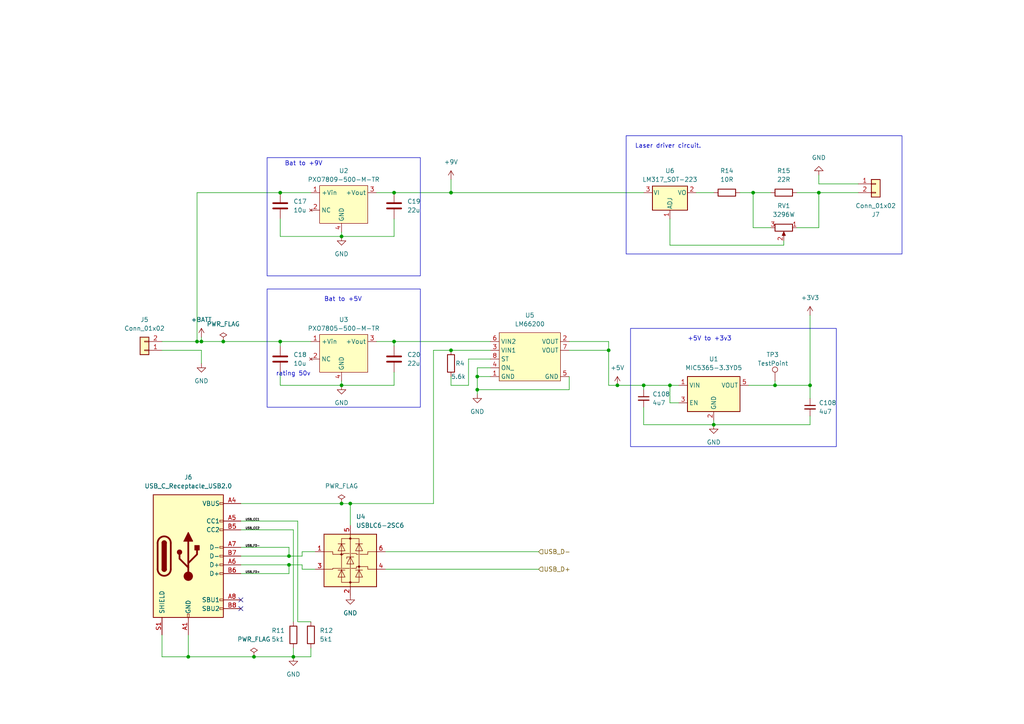
<source format=kicad_sch>
(kicad_sch (version 20230121) (generator eeschema)

  (uuid 85962d8f-3016-4daf-b055-230e1543789c)

  (paper "A4")

  (title_block
    (title "ElectronicBLETarget")
    (date "2024-02-03")
    (rev "1")
  )

  (lib_symbols
    (symbol "Connector:TestPoint" (pin_numbers hide) (pin_names (offset 0.762) hide) (in_bom yes) (on_board yes)
      (property "Reference" "TP" (at 0 6.858 0)
        (effects (font (size 1.27 1.27)))
      )
      (property "Value" "TestPoint" (at 0 5.08 0)
        (effects (font (size 1.27 1.27)))
      )
      (property "Footprint" "" (at 5.08 0 0)
        (effects (font (size 1.27 1.27)) hide)
      )
      (property "Datasheet" "~" (at 5.08 0 0)
        (effects (font (size 1.27 1.27)) hide)
      )
      (property "ki_keywords" "test point tp" (at 0 0 0)
        (effects (font (size 1.27 1.27)) hide)
      )
      (property "ki_description" "test point" (at 0 0 0)
        (effects (font (size 1.27 1.27)) hide)
      )
      (property "ki_fp_filters" "Pin* Test*" (at 0 0 0)
        (effects (font (size 1.27 1.27)) hide)
      )
      (symbol "TestPoint_0_1"
        (circle (center 0 3.302) (radius 0.762)
          (stroke (width 0) (type default))
          (fill (type none))
        )
      )
      (symbol "TestPoint_1_1"
        (pin passive line (at 0 0 90) (length 2.54)
          (name "1" (effects (font (size 1.27 1.27))))
          (number "1" (effects (font (size 1.27 1.27))))
        )
      )
    )
    (symbol "Connector:USB_C_Receptacle_USB2.0" (pin_names (offset 1.016)) (in_bom yes) (on_board yes)
      (property "Reference" "J" (at -10.16 19.05 0)
        (effects (font (size 1.27 1.27)) (justify left))
      )
      (property "Value" "USB_C_Receptacle_USB2.0" (at 19.05 19.05 0)
        (effects (font (size 1.27 1.27)) (justify right))
      )
      (property "Footprint" "" (at 3.81 0 0)
        (effects (font (size 1.27 1.27)) hide)
      )
      (property "Datasheet" "https://www.usb.org/sites/default/files/documents/usb_type-c.zip" (at 3.81 0 0)
        (effects (font (size 1.27 1.27)) hide)
      )
      (property "ki_keywords" "usb universal serial bus type-C USB2.0" (at 0 0 0)
        (effects (font (size 1.27 1.27)) hide)
      )
      (property "ki_description" "USB 2.0-only Type-C Receptacle connector" (at 0 0 0)
        (effects (font (size 1.27 1.27)) hide)
      )
      (property "ki_fp_filters" "USB*C*Receptacle*" (at 0 0 0)
        (effects (font (size 1.27 1.27)) hide)
      )
      (symbol "USB_C_Receptacle_USB2.0_0_0"
        (rectangle (start -0.254 -17.78) (end 0.254 -16.764)
          (stroke (width 0) (type default))
          (fill (type none))
        )
        (rectangle (start 10.16 -14.986) (end 9.144 -15.494)
          (stroke (width 0) (type default))
          (fill (type none))
        )
        (rectangle (start 10.16 -12.446) (end 9.144 -12.954)
          (stroke (width 0) (type default))
          (fill (type none))
        )
        (rectangle (start 10.16 -4.826) (end 9.144 -5.334)
          (stroke (width 0) (type default))
          (fill (type none))
        )
        (rectangle (start 10.16 -2.286) (end 9.144 -2.794)
          (stroke (width 0) (type default))
          (fill (type none))
        )
        (rectangle (start 10.16 0.254) (end 9.144 -0.254)
          (stroke (width 0) (type default))
          (fill (type none))
        )
        (rectangle (start 10.16 2.794) (end 9.144 2.286)
          (stroke (width 0) (type default))
          (fill (type none))
        )
        (rectangle (start 10.16 7.874) (end 9.144 7.366)
          (stroke (width 0) (type default))
          (fill (type none))
        )
        (rectangle (start 10.16 10.414) (end 9.144 9.906)
          (stroke (width 0) (type default))
          (fill (type none))
        )
        (rectangle (start 10.16 15.494) (end 9.144 14.986)
          (stroke (width 0) (type default))
          (fill (type none))
        )
      )
      (symbol "USB_C_Receptacle_USB2.0_0_1"
        (rectangle (start -10.16 17.78) (end 10.16 -17.78)
          (stroke (width 0.254) (type default))
          (fill (type background))
        )
        (arc (start -8.89 -3.81) (mid -6.985 -5.7067) (end -5.08 -3.81)
          (stroke (width 0.508) (type default))
          (fill (type none))
        )
        (arc (start -7.62 -3.81) (mid -6.985 -4.4423) (end -6.35 -3.81)
          (stroke (width 0.254) (type default))
          (fill (type none))
        )
        (arc (start -7.62 -3.81) (mid -6.985 -4.4423) (end -6.35 -3.81)
          (stroke (width 0.254) (type default))
          (fill (type outline))
        )
        (rectangle (start -7.62 -3.81) (end -6.35 3.81)
          (stroke (width 0.254) (type default))
          (fill (type outline))
        )
        (arc (start -6.35 3.81) (mid -6.985 4.4423) (end -7.62 3.81)
          (stroke (width 0.254) (type default))
          (fill (type none))
        )
        (arc (start -6.35 3.81) (mid -6.985 4.4423) (end -7.62 3.81)
          (stroke (width 0.254) (type default))
          (fill (type outline))
        )
        (arc (start -5.08 3.81) (mid -6.985 5.7067) (end -8.89 3.81)
          (stroke (width 0.508) (type default))
          (fill (type none))
        )
        (circle (center -2.54 1.143) (radius 0.635)
          (stroke (width 0.254) (type default))
          (fill (type outline))
        )
        (circle (center 0 -5.842) (radius 1.27)
          (stroke (width 0) (type default))
          (fill (type outline))
        )
        (polyline
          (pts
            (xy -8.89 -3.81)
            (xy -8.89 3.81)
          )
          (stroke (width 0.508) (type default))
          (fill (type none))
        )
        (polyline
          (pts
            (xy -5.08 3.81)
            (xy -5.08 -3.81)
          )
          (stroke (width 0.508) (type default))
          (fill (type none))
        )
        (polyline
          (pts
            (xy 0 -5.842)
            (xy 0 4.318)
          )
          (stroke (width 0.508) (type default))
          (fill (type none))
        )
        (polyline
          (pts
            (xy 0 -3.302)
            (xy -2.54 -0.762)
            (xy -2.54 0.508)
          )
          (stroke (width 0.508) (type default))
          (fill (type none))
        )
        (polyline
          (pts
            (xy 0 -2.032)
            (xy 2.54 0.508)
            (xy 2.54 1.778)
          )
          (stroke (width 0.508) (type default))
          (fill (type none))
        )
        (polyline
          (pts
            (xy -1.27 4.318)
            (xy 0 6.858)
            (xy 1.27 4.318)
            (xy -1.27 4.318)
          )
          (stroke (width 0.254) (type default))
          (fill (type outline))
        )
        (rectangle (start 1.905 1.778) (end 3.175 3.048)
          (stroke (width 0.254) (type default))
          (fill (type outline))
        )
      )
      (symbol "USB_C_Receptacle_USB2.0_1_1"
        (pin passive line (at 0 -22.86 90) (length 5.08)
          (name "GND" (effects (font (size 1.27 1.27))))
          (number "A1" (effects (font (size 1.27 1.27))))
        )
        (pin passive line (at 0 -22.86 90) (length 5.08) hide
          (name "GND" (effects (font (size 1.27 1.27))))
          (number "A12" (effects (font (size 1.27 1.27))))
        )
        (pin passive line (at 15.24 15.24 180) (length 5.08)
          (name "VBUS" (effects (font (size 1.27 1.27))))
          (number "A4" (effects (font (size 1.27 1.27))))
        )
        (pin bidirectional line (at 15.24 10.16 180) (length 5.08)
          (name "CC1" (effects (font (size 1.27 1.27))))
          (number "A5" (effects (font (size 1.27 1.27))))
        )
        (pin bidirectional line (at 15.24 -2.54 180) (length 5.08)
          (name "D+" (effects (font (size 1.27 1.27))))
          (number "A6" (effects (font (size 1.27 1.27))))
        )
        (pin bidirectional line (at 15.24 2.54 180) (length 5.08)
          (name "D-" (effects (font (size 1.27 1.27))))
          (number "A7" (effects (font (size 1.27 1.27))))
        )
        (pin bidirectional line (at 15.24 -12.7 180) (length 5.08)
          (name "SBU1" (effects (font (size 1.27 1.27))))
          (number "A8" (effects (font (size 1.27 1.27))))
        )
        (pin passive line (at 15.24 15.24 180) (length 5.08) hide
          (name "VBUS" (effects (font (size 1.27 1.27))))
          (number "A9" (effects (font (size 1.27 1.27))))
        )
        (pin passive line (at 0 -22.86 90) (length 5.08) hide
          (name "GND" (effects (font (size 1.27 1.27))))
          (number "B1" (effects (font (size 1.27 1.27))))
        )
        (pin passive line (at 0 -22.86 90) (length 5.08) hide
          (name "GND" (effects (font (size 1.27 1.27))))
          (number "B12" (effects (font (size 1.27 1.27))))
        )
        (pin passive line (at 15.24 15.24 180) (length 5.08) hide
          (name "VBUS" (effects (font (size 1.27 1.27))))
          (number "B4" (effects (font (size 1.27 1.27))))
        )
        (pin bidirectional line (at 15.24 7.62 180) (length 5.08)
          (name "CC2" (effects (font (size 1.27 1.27))))
          (number "B5" (effects (font (size 1.27 1.27))))
        )
        (pin bidirectional line (at 15.24 -5.08 180) (length 5.08)
          (name "D+" (effects (font (size 1.27 1.27))))
          (number "B6" (effects (font (size 1.27 1.27))))
        )
        (pin bidirectional line (at 15.24 0 180) (length 5.08)
          (name "D-" (effects (font (size 1.27 1.27))))
          (number "B7" (effects (font (size 1.27 1.27))))
        )
        (pin bidirectional line (at 15.24 -15.24 180) (length 5.08)
          (name "SBU2" (effects (font (size 1.27 1.27))))
          (number "B8" (effects (font (size 1.27 1.27))))
        )
        (pin passive line (at 15.24 15.24 180) (length 5.08) hide
          (name "VBUS" (effects (font (size 1.27 1.27))))
          (number "B9" (effects (font (size 1.27 1.27))))
        )
        (pin passive line (at -7.62 -22.86 90) (length 5.08)
          (name "SHIELD" (effects (font (size 1.27 1.27))))
          (number "S1" (effects (font (size 1.27 1.27))))
        )
      )
    )
    (symbol "Connector_Generic:Conn_01x02" (pin_names (offset 1.016) hide) (in_bom yes) (on_board yes)
      (property "Reference" "J" (at 0 2.54 0)
        (effects (font (size 1.27 1.27)))
      )
      (property "Value" "Conn_01x02" (at 0 -5.08 0)
        (effects (font (size 1.27 1.27)))
      )
      (property "Footprint" "" (at 0 0 0)
        (effects (font (size 1.27 1.27)) hide)
      )
      (property "Datasheet" "~" (at 0 0 0)
        (effects (font (size 1.27 1.27)) hide)
      )
      (property "ki_keywords" "connector" (at 0 0 0)
        (effects (font (size 1.27 1.27)) hide)
      )
      (property "ki_description" "Generic connector, single row, 01x02, script generated (kicad-library-utils/schlib/autogen/connector/)" (at 0 0 0)
        (effects (font (size 1.27 1.27)) hide)
      )
      (property "ki_fp_filters" "Connector*:*_1x??_*" (at 0 0 0)
        (effects (font (size 1.27 1.27)) hide)
      )
      (symbol "Conn_01x02_1_1"
        (rectangle (start -1.27 -2.413) (end 0 -2.667)
          (stroke (width 0.1524) (type default))
          (fill (type none))
        )
        (rectangle (start -1.27 0.127) (end 0 -0.127)
          (stroke (width 0.1524) (type default))
          (fill (type none))
        )
        (rectangle (start -1.27 1.27) (end 1.27 -3.81)
          (stroke (width 0.254) (type default))
          (fill (type background))
        )
        (pin passive line (at -5.08 0 0) (length 3.81)
          (name "Pin_1" (effects (font (size 1.27 1.27))))
          (number "1" (effects (font (size 1.27 1.27))))
        )
        (pin passive line (at -5.08 -2.54 0) (length 3.81)
          (name "Pin_2" (effects (font (size 1.27 1.27))))
          (number "2" (effects (font (size 1.27 1.27))))
        )
      )
    )
    (symbol "Device:C" (pin_numbers hide) (pin_names (offset 0.254)) (in_bom yes) (on_board yes)
      (property "Reference" "C" (at 0.635 2.54 0)
        (effects (font (size 1.27 1.27)) (justify left))
      )
      (property "Value" "C" (at 0.635 -2.54 0)
        (effects (font (size 1.27 1.27)) (justify left))
      )
      (property "Footprint" "" (at 0.9652 -3.81 0)
        (effects (font (size 1.27 1.27)) hide)
      )
      (property "Datasheet" "~" (at 0 0 0)
        (effects (font (size 1.27 1.27)) hide)
      )
      (property "ki_keywords" "cap capacitor" (at 0 0 0)
        (effects (font (size 1.27 1.27)) hide)
      )
      (property "ki_description" "Unpolarized capacitor" (at 0 0 0)
        (effects (font (size 1.27 1.27)) hide)
      )
      (property "ki_fp_filters" "C_*" (at 0 0 0)
        (effects (font (size 1.27 1.27)) hide)
      )
      (symbol "C_0_1"
        (polyline
          (pts
            (xy -2.032 -0.762)
            (xy 2.032 -0.762)
          )
          (stroke (width 0.508) (type default))
          (fill (type none))
        )
        (polyline
          (pts
            (xy -2.032 0.762)
            (xy 2.032 0.762)
          )
          (stroke (width 0.508) (type default))
          (fill (type none))
        )
      )
      (symbol "C_1_1"
        (pin passive line (at 0 3.81 270) (length 2.794)
          (name "~" (effects (font (size 1.27 1.27))))
          (number "1" (effects (font (size 1.27 1.27))))
        )
        (pin passive line (at 0 -3.81 90) (length 2.794)
          (name "~" (effects (font (size 1.27 1.27))))
          (number "2" (effects (font (size 1.27 1.27))))
        )
      )
    )
    (symbol "Device:C_Small" (pin_numbers hide) (pin_names (offset 0.254) hide) (in_bom yes) (on_board yes)
      (property "Reference" "C" (at 0.254 1.778 0)
        (effects (font (size 1.27 1.27)) (justify left))
      )
      (property "Value" "C_Small" (at 0.254 -2.032 0)
        (effects (font (size 1.27 1.27)) (justify left))
      )
      (property "Footprint" "" (at 0 0 0)
        (effects (font (size 1.27 1.27)) hide)
      )
      (property "Datasheet" "~" (at 0 0 0)
        (effects (font (size 1.27 1.27)) hide)
      )
      (property "ki_keywords" "capacitor cap" (at 0 0 0)
        (effects (font (size 1.27 1.27)) hide)
      )
      (property "ki_description" "Unpolarized capacitor, small symbol" (at 0 0 0)
        (effects (font (size 1.27 1.27)) hide)
      )
      (property "ki_fp_filters" "C_*" (at 0 0 0)
        (effects (font (size 1.27 1.27)) hide)
      )
      (symbol "C_Small_0_1"
        (polyline
          (pts
            (xy -1.524 -0.508)
            (xy 1.524 -0.508)
          )
          (stroke (width 0.3302) (type default))
          (fill (type none))
        )
        (polyline
          (pts
            (xy -1.524 0.508)
            (xy 1.524 0.508)
          )
          (stroke (width 0.3048) (type default))
          (fill (type none))
        )
      )
      (symbol "C_Small_1_1"
        (pin passive line (at 0 2.54 270) (length 2.032)
          (name "~" (effects (font (size 1.27 1.27))))
          (number "1" (effects (font (size 1.27 1.27))))
        )
        (pin passive line (at 0 -2.54 90) (length 2.032)
          (name "~" (effects (font (size 1.27 1.27))))
          (number "2" (effects (font (size 1.27 1.27))))
        )
      )
    )
    (symbol "Device:R" (pin_numbers hide) (pin_names (offset 0)) (in_bom yes) (on_board yes)
      (property "Reference" "R" (at 2.032 0 90)
        (effects (font (size 1.27 1.27)))
      )
      (property "Value" "R" (at 0 0 90)
        (effects (font (size 1.27 1.27)))
      )
      (property "Footprint" "" (at -1.778 0 90)
        (effects (font (size 1.27 1.27)) hide)
      )
      (property "Datasheet" "~" (at 0 0 0)
        (effects (font (size 1.27 1.27)) hide)
      )
      (property "ki_keywords" "R res resistor" (at 0 0 0)
        (effects (font (size 1.27 1.27)) hide)
      )
      (property "ki_description" "Resistor" (at 0 0 0)
        (effects (font (size 1.27 1.27)) hide)
      )
      (property "ki_fp_filters" "R_*" (at 0 0 0)
        (effects (font (size 1.27 1.27)) hide)
      )
      (symbol "R_0_1"
        (rectangle (start -1.016 -2.54) (end 1.016 2.54)
          (stroke (width 0.254) (type default))
          (fill (type none))
        )
      )
      (symbol "R_1_1"
        (pin passive line (at 0 3.81 270) (length 1.27)
          (name "~" (effects (font (size 1.27 1.27))))
          (number "1" (effects (font (size 1.27 1.27))))
        )
        (pin passive line (at 0 -3.81 90) (length 1.27)
          (name "~" (effects (font (size 1.27 1.27))))
          (number "2" (effects (font (size 1.27 1.27))))
        )
      )
    )
    (symbol "Device:R_Potentiometer" (pin_names (offset 1.016) hide) (in_bom yes) (on_board yes)
      (property "Reference" "RV" (at -4.445 0 90)
        (effects (font (size 1.27 1.27)))
      )
      (property "Value" "R_Potentiometer" (at -2.54 0 90)
        (effects (font (size 1.27 1.27)))
      )
      (property "Footprint" "" (at 0 0 0)
        (effects (font (size 1.27 1.27)) hide)
      )
      (property "Datasheet" "~" (at 0 0 0)
        (effects (font (size 1.27 1.27)) hide)
      )
      (property "ki_keywords" "resistor variable" (at 0 0 0)
        (effects (font (size 1.27 1.27)) hide)
      )
      (property "ki_description" "Potentiometer" (at 0 0 0)
        (effects (font (size 1.27 1.27)) hide)
      )
      (property "ki_fp_filters" "Potentiometer*" (at 0 0 0)
        (effects (font (size 1.27 1.27)) hide)
      )
      (symbol "R_Potentiometer_0_1"
        (polyline
          (pts
            (xy 2.54 0)
            (xy 1.524 0)
          )
          (stroke (width 0) (type default))
          (fill (type none))
        )
        (polyline
          (pts
            (xy 1.143 0)
            (xy 2.286 0.508)
            (xy 2.286 -0.508)
            (xy 1.143 0)
          )
          (stroke (width 0) (type default))
          (fill (type outline))
        )
        (rectangle (start 1.016 2.54) (end -1.016 -2.54)
          (stroke (width 0.254) (type default))
          (fill (type none))
        )
      )
      (symbol "R_Potentiometer_1_1"
        (pin passive line (at 0 3.81 270) (length 1.27)
          (name "1" (effects (font (size 1.27 1.27))))
          (number "1" (effects (font (size 1.27 1.27))))
        )
        (pin passive line (at 3.81 0 180) (length 1.27)
          (name "2" (effects (font (size 1.27 1.27))))
          (number "2" (effects (font (size 1.27 1.27))))
        )
        (pin passive line (at 0 -3.81 90) (length 1.27)
          (name "3" (effects (font (size 1.27 1.27))))
          (number "3" (effects (font (size 1.27 1.27))))
        )
      )
    )
    (symbol "ElectronicBLETarget_SchematicSymbols:LM66200" (in_bom yes) (on_board yes)
      (property "Reference" "U" (at 0 2.54 0)
        (effects (font (size 1.27 1.27)))
      )
      (property "Value" "LM66200" (at 0 10.16 0)
        (effects (font (size 1.27 1.27)))
      )
      (property "Footprint" "Package_TO_SOT_SMD:SOT-583-8" (at -1.27 -11.43 0)
        (effects (font (size 1.27 1.27)) hide)
      )
      (property "Datasheet" "https://www.ti.com/lit/ds/symlink/lm66200.pdf" (at 1.27 -8.89 0)
        (effects (font (size 1.27 1.27)) hide)
      )
      (property "ki_description" "N+1 ORing Controller" (at 0 0 0)
        (effects (font (size 1.27 1.27)) hide)
      )
      (symbol "LM66200_0_0"
        (pin power_in line (at -11.43 -5.08 0) (length 2.54)
          (name "GND" (effects (font (size 1.27 1.27))))
          (number "1" (effects (font (size 1.27 1.27))))
        )
        (pin power_out line (at 11.43 5.08 180) (length 2.54)
          (name "VOUT" (effects (font (size 1.27 1.27))))
          (number "2" (effects (font (size 1.27 1.27))))
        )
        (pin power_in line (at -11.43 2.54 0) (length 2.54)
          (name "VIN1" (effects (font (size 1.27 1.27))))
          (number "3" (effects (font (size 1.27 1.27))))
        )
        (pin input line (at -11.43 -2.54 0) (length 2.54)
          (name "ON_" (effects (font (size 1.27 1.27))))
          (number "4" (effects (font (size 1.27 1.27))))
        )
        (pin power_in line (at 11.43 -5.08 180) (length 2.54)
          (name "GND" (effects (font (size 1.27 1.27))))
          (number "5" (effects (font (size 1.27 1.27))))
        )
        (pin power_in line (at -11.43 5.08 0) (length 2.54)
          (name "VIN2" (effects (font (size 1.27 1.27))))
          (number "6" (effects (font (size 1.27 1.27))))
        )
        (pin power_out line (at 11.43 2.54 180) (length 2.54)
          (name "VOUT" (effects (font (size 1.27 1.27))))
          (number "7" (effects (font (size 1.27 1.27))))
        )
        (pin output line (at -11.43 0 0) (length 2.54)
          (name "ST" (effects (font (size 1.27 1.27))))
          (number "8" (effects (font (size 1.27 1.27))))
        )
      )
      (symbol "LM66200_1_1"
        (rectangle (start -8.89 7.62) (end 8.89 -6.35)
          (stroke (width 0) (type default))
          (fill (type background))
        )
      )
    )
    (symbol "ElectronicBLETarget_SchematicSymbols:PXO7805-500-M-TR" (in_bom yes) (on_board yes)
      (property "Reference" "U" (at 0.254 7.874 0)
        (effects (font (size 1.27 1.27)))
      )
      (property "Value" "PXO7805-500-M-TR" (at 0.254 5.842 0)
        (effects (font (size 1.27 1.27)))
      )
      (property "Footprint" "ElectronicBLETarget_PCBFootprints:PXO7805-500-M-TR" (at 0 0 0)
        (effects (font (size 1.27 1.27)) hide)
      )
      (property "Datasheet" "https://www.cui.com/product/resource/pxo78-500-m.pdf" (at 0.254 -7.112 0)
        (effects (font (size 1.27 1.27)) hide)
      )
      (symbol "PXO7805-500-M-TR_0_0"
        (pin power_in line (at -8.89 2.54 0) (length 2.54)
          (name "+Vin" (effects (font (size 1.27 1.27))))
          (number "1" (effects (font (size 1.27 1.27))))
        )
        (pin no_connect line (at -8.89 -2.54 0) (length 2.54)
          (name "NC" (effects (font (size 1.27 1.27))))
          (number "2" (effects (font (size 1.27 1.27))))
        )
        (pin power_out line (at 10.16 2.54 180) (length 2.54)
          (name "+Vout" (effects (font (size 1.27 1.27))))
          (number "3" (effects (font (size 1.27 1.27))))
        )
        (pin power_in line (at 0 -8.89 90) (length 2.54)
          (name "GND" (effects (font (size 1.27 1.27))))
          (number "4" (effects (font (size 1.27 1.27))))
        )
      )
      (symbol "PXO7805-500-M-TR_1_1"
        (rectangle (start -6.35 4.572) (end 7.62 -6.35)
          (stroke (width 0) (type default))
          (fill (type background))
        )
      )
    )
    (symbol "ElectronicBLETarget_SchematicSymbols:PXO7809-500-M-TR" (in_bom yes) (on_board yes)
      (property "Reference" "U" (at 0.254 7.874 0)
        (effects (font (size 1.27 1.27)))
      )
      (property "Value" "PXO7809-500-M-TR" (at 0.254 5.842 0)
        (effects (font (size 1.27 1.27)))
      )
      (property "Footprint" "ElectronicBLETarget_PCBFootprints:PXO7805-500-M-TR" (at 0 0 0)
        (effects (font (size 1.27 1.27)) hide)
      )
      (property "Datasheet" "https://www.cui.com/product/resource/pxo78-500-m.pdf" (at 0.254 -7.112 0)
        (effects (font (size 1.27 1.27)) hide)
      )
      (symbol "PXO7809-500-M-TR_0_0"
        (pin power_in line (at -8.89 2.54 0) (length 2.54)
          (name "+Vin" (effects (font (size 1.27 1.27))))
          (number "1" (effects (font (size 1.27 1.27))))
        )
        (pin no_connect line (at -8.89 -2.54 0) (length 2.54)
          (name "NC" (effects (font (size 1.27 1.27))))
          (number "2" (effects (font (size 1.27 1.27))))
        )
        (pin power_out line (at 10.16 2.54 180) (length 2.54)
          (name "+Vout" (effects (font (size 1.27 1.27))))
          (number "3" (effects (font (size 1.27 1.27))))
        )
        (pin power_in line (at 0 -8.89 90) (length 2.54)
          (name "GND" (effects (font (size 1.27 1.27))))
          (number "4" (effects (font (size 1.27 1.27))))
        )
      )
      (symbol "PXO7809-500-M-TR_1_1"
        (rectangle (start -6.35 4.572) (end 7.62 -6.35)
          (stroke (width 0) (type default))
          (fill (type background))
        )
      )
    )
    (symbol "ElectronicBLETarget_SchematicSymbols:USBLC6-2SC6" (pin_names hide) (in_bom yes) (on_board yes)
      (property "Reference" "U" (at 2.54 8.89 0)
        (effects (font (size 1.27 1.27)) (justify left))
      )
      (property "Value" "USBLC6-2SC6" (at 2.54 -8.89 0)
        (effects (font (size 1.27 1.27)) (justify left))
      )
      (property "Footprint" "Package_TO_SOT_SMD:SOT-23-6" (at 0 -12.7 0)
        (effects (font (size 1.27 1.27)) hide)
      )
      (property "Datasheet" "https://www.st.com/resource/en/datasheet/usblc6-2.pdf" (at 5.08 8.89 0)
        (effects (font (size 1.27 1.27)) hide)
      )
      (property "ki_keywords" "usb ethernet video" (at 0 0 0)
        (effects (font (size 1.27 1.27)) hide)
      )
      (property "ki_description" "Very low capacitance ESD protection diode, 2 data-line, SOT-23-6" (at 0 0 0)
        (effects (font (size 1.27 1.27)) hide)
      )
      (property "ki_fp_filters" "SOT?23*" (at 0 0 0)
        (effects (font (size 1.27 1.27)) hide)
      )
      (symbol "USBLC6-2SC6_0_1"
        (rectangle (start -7.62 7.62) (end 7.62 -7.62)
          (stroke (width 0.254) (type default))
          (fill (type background))
        )
        (circle (center -2.54 1.778) (radius 0.254)
          (stroke (width 0) (type default))
          (fill (type outline))
        )
        (rectangle (start -2.54 6.35) (end 2.54 -6.35)
          (stroke (width 0) (type default))
          (fill (type none))
        )
        (circle (center 0 -6.35) (radius 0.254)
          (stroke (width 0) (type default))
          (fill (type outline))
        )
        (polyline
          (pts
            (xy -5.08 -2.54)
            (xy -7.62 -2.54)
          )
          (stroke (width 0) (type default))
          (fill (type none))
        )
        (polyline
          (pts
            (xy -5.08 2.54)
            (xy -7.62 2.54)
          )
          (stroke (width 0) (type default))
          (fill (type none))
        )
        (polyline
          (pts
            (xy -1.524 -2.794)
            (xy -3.556 -2.794)
          )
          (stroke (width 0) (type default))
          (fill (type none))
        )
        (polyline
          (pts
            (xy -1.524 4.826)
            (xy -3.556 4.826)
          )
          (stroke (width 0) (type default))
          (fill (type none))
        )
        (polyline
          (pts
            (xy -0.254 -2.286)
            (xy -2.286 -2.286)
          )
          (stroke (width 0) (type default))
          (fill (type none))
        )
        (polyline
          (pts
            (xy 0 -7.62)
            (xy 0 -6.35)
          )
          (stroke (width 0) (type default))
          (fill (type none))
        )
        (polyline
          (pts
            (xy 0 -6.35)
            (xy 0 1.27)
          )
          (stroke (width 0) (type default))
          (fill (type none))
        )
        (polyline
          (pts
            (xy 0 1.27)
            (xy 0 6.35)
          )
          (stroke (width 0) (type default))
          (fill (type none))
        )
        (polyline
          (pts
            (xy 0 6.35)
            (xy 0 7.62)
          )
          (stroke (width 0) (type default))
          (fill (type none))
        )
        (polyline
          (pts
            (xy 1.524 -2.794)
            (xy 3.556 -2.794)
          )
          (stroke (width 0) (type default))
          (fill (type none))
        )
        (polyline
          (pts
            (xy 1.524 4.826)
            (xy 3.556 4.826)
          )
          (stroke (width 0) (type default))
          (fill (type none))
        )
        (polyline
          (pts
            (xy 5.08 -2.54)
            (xy 7.62 -2.54)
          )
          (stroke (width 0) (type default))
          (fill (type none))
        )
        (polyline
          (pts
            (xy 5.08 2.54)
            (xy 7.62 2.54)
          )
          (stroke (width 0) (type default))
          (fill (type none))
        )
        (polyline
          (pts
            (xy -2.794 -2.286)
            (xy -5.08 -2.286)
            (xy -5.08 -2.54)
          )
          (stroke (width 0) (type default))
          (fill (type none))
        )
        (polyline
          (pts
            (xy -2.794 1.778)
            (xy -5.08 1.778)
            (xy -5.08 2.54)
          )
          (stroke (width 0) (type default))
          (fill (type none))
        )
        (polyline
          (pts
            (xy -2.286 1.778)
            (xy -2.794 1.778)
            (xy -3.048 1.778)
          )
          (stroke (width 0) (type default))
          (fill (type none))
        )
        (polyline
          (pts
            (xy 5.08 -2.54)
            (xy 5.08 -1.778)
            (xy 2.794 -1.778)
          )
          (stroke (width 0) (type default))
          (fill (type none))
        )
        (polyline
          (pts
            (xy 5.08 2.54)
            (xy 5.08 1.778)
            (xy 2.794 1.778)
          )
          (stroke (width 0) (type default))
          (fill (type none))
        )
        (polyline
          (pts
            (xy -3.556 -4.826)
            (xy -1.524 -4.826)
            (xy -2.54 -2.794)
            (xy -3.556 -4.826)
          )
          (stroke (width 0) (type default))
          (fill (type none))
        )
        (polyline
          (pts
            (xy -3.556 2.794)
            (xy -1.524 2.794)
            (xy -2.54 4.826)
            (xy -3.556 2.794)
          )
          (stroke (width 0) (type default))
          (fill (type none))
        )
        (polyline
          (pts
            (xy -1.016 -1.016)
            (xy 1.016 -1.016)
            (xy 0 1.016)
            (xy -1.016 -1.016)
          )
          (stroke (width 0) (type default))
          (fill (type none))
        )
        (polyline
          (pts
            (xy -0.254 2.032)
            (xy -2.032 2.032)
            (xy -2.032 1.778)
            (xy -2.286 1.778)
          )
          (stroke (width 0) (type default))
          (fill (type none))
        )
        (polyline
          (pts
            (xy 1.016 1.016)
            (xy 0.762 1.016)
            (xy -1.016 1.016)
            (xy -1.016 0.508)
          )
          (stroke (width 0) (type default))
          (fill (type none))
        )
        (polyline
          (pts
            (xy 2.286 -1.778)
            (xy 1.778 -1.778)
            (xy 1.778 -2.286)
            (xy 0.254 -2.286)
          )
          (stroke (width 0) (type default))
          (fill (type none))
        )
        (polyline
          (pts
            (xy 2.286 1.778)
            (xy 1.778 1.778)
            (xy 1.778 2.032)
            (xy 0.254 2.032)
          )
          (stroke (width 0) (type default))
          (fill (type none))
        )
        (polyline
          (pts
            (xy 3.556 -4.826)
            (xy 1.524 -4.826)
            (xy 2.54 -2.794)
            (xy 3.556 -4.826)
          )
          (stroke (width 0) (type default))
          (fill (type none))
        )
        (polyline
          (pts
            (xy 3.556 2.794)
            (xy 1.524 2.794)
            (xy 2.54 4.826)
            (xy 3.556 2.794)
          )
          (stroke (width 0) (type default))
          (fill (type none))
        )
        (circle (center 0 6.35) (radius 0.254)
          (stroke (width 0) (type default))
          (fill (type outline))
        )
        (circle (center 2.54 -1.778) (radius 0.254)
          (stroke (width 0) (type default))
          (fill (type outline))
        )
      )
      (symbol "USBLC6-2SC6_1_1"
        (pin passive line (at -10.16 2.54 0) (length 2.54)
          (name "I/O1" (effects (font (size 1.27 1.27))))
          (number "1" (effects (font (size 1.27 1.27))))
        )
        (pin passive line (at 0 -10.16 90) (length 2.54)
          (name "GND" (effects (font (size 1.27 1.27))))
          (number "2" (effects (font (size 1.27 1.27))))
        )
        (pin passive line (at -10.16 -2.54 0) (length 2.54)
          (name "I/O2" (effects (font (size 1.27 1.27))))
          (number "3" (effects (font (size 1.27 1.27))))
        )
        (pin passive line (at 10.16 -2.54 180) (length 2.54)
          (name "I/O2" (effects (font (size 1.27 1.27))))
          (number "4" (effects (font (size 1.27 1.27))))
        )
        (pin passive line (at 0 10.16 270) (length 2.54)
          (name "VBUS" (effects (font (size 1.27 1.27))))
          (number "5" (effects (font (size 1.27 1.27))))
        )
        (pin passive line (at 10.16 2.54 180) (length 2.54)
          (name "I/O1" (effects (font (size 1.27 1.27))))
          (number "6" (effects (font (size 1.27 1.27))))
        )
      )
    )
    (symbol "Regulator_Linear:LM317_SOT-223" (pin_names (offset 0.254)) (in_bom yes) (on_board yes)
      (property "Reference" "U" (at -3.81 3.175 0)
        (effects (font (size 1.27 1.27)))
      )
      (property "Value" "LM317_SOT-223" (at 0 3.175 0)
        (effects (font (size 1.27 1.27)) (justify left))
      )
      (property "Footprint" "Package_TO_SOT_SMD:SOT-223-3_TabPin2" (at 0 6.35 0)
        (effects (font (size 1.27 1.27) italic) hide)
      )
      (property "Datasheet" "http://www.ti.com/lit/ds/symlink/lm317.pdf" (at 0 0 0)
        (effects (font (size 1.27 1.27)) hide)
      )
      (property "ki_keywords" "Adjustable Voltage Regulator 1A Positive" (at 0 0 0)
        (effects (font (size 1.27 1.27)) hide)
      )
      (property "ki_description" "1.5A 35V Adjustable Linear Regulator, SOT-223" (at 0 0 0)
        (effects (font (size 1.27 1.27)) hide)
      )
      (property "ki_fp_filters" "SOT?223*TabPin2*" (at 0 0 0)
        (effects (font (size 1.27 1.27)) hide)
      )
      (symbol "LM317_SOT-223_0_1"
        (rectangle (start -5.08 1.905) (end 5.08 -5.08)
          (stroke (width 0.254) (type default))
          (fill (type background))
        )
      )
      (symbol "LM317_SOT-223_1_1"
        (pin input line (at 0 -7.62 90) (length 2.54)
          (name "ADJ" (effects (font (size 1.27 1.27))))
          (number "1" (effects (font (size 1.27 1.27))))
        )
        (pin power_out line (at 7.62 0 180) (length 2.54)
          (name "VO" (effects (font (size 1.27 1.27))))
          (number "2" (effects (font (size 1.27 1.27))))
        )
        (pin power_in line (at -7.62 0 0) (length 2.54)
          (name "VI" (effects (font (size 1.27 1.27))))
          (number "3" (effects (font (size 1.27 1.27))))
        )
      )
    )
    (symbol "Regulator_Linear:MIC5365-3.3YD5" (in_bom yes) (on_board yes)
      (property "Reference" "U" (at -7.62 6.35 0)
        (effects (font (size 1.27 1.27)) (justify left))
      )
      (property "Value" "MIC5365-3.3YD5" (at 0 6.35 0)
        (effects (font (size 1.27 1.27)) (justify left))
      )
      (property "Footprint" "Package_TO_SOT_SMD:SOT-23-5" (at 0 8.89 0)
        (effects (font (size 1.27 1.27)) hide)
      )
      (property "Datasheet" "http://ww1.microchip.com/downloads/en/DeviceDoc/mic5365.pdf" (at -6.35 6.35 0)
        (effects (font (size 1.27 1.27)) hide)
      )
      (property "ki_keywords" "Micrel LDO voltage regulator" (at 0 0 0)
        (effects (font (size 1.27 1.27)) hide)
      )
      (property "ki_description" "150mA Low-dropout Voltage Regulator, Vout 3.3V, Vin up to 5.5V, SOT-23-5" (at 0 0 0)
        (effects (font (size 1.27 1.27)) hide)
      )
      (property "ki_fp_filters" "SOT?23*" (at 0 0 0)
        (effects (font (size 1.27 1.27)) hide)
      )
      (symbol "MIC5365-3.3YD5_0_1"
        (rectangle (start -7.62 -5.08) (end 7.62 5.08)
          (stroke (width 0.254) (type default))
          (fill (type background))
        )
      )
      (symbol "MIC5365-3.3YD5_1_1"
        (pin power_in line (at -10.16 2.54 0) (length 2.54)
          (name "VIN" (effects (font (size 1.27 1.27))))
          (number "1" (effects (font (size 1.27 1.27))))
        )
        (pin power_in line (at 0 -7.62 90) (length 2.54)
          (name "GND" (effects (font (size 1.27 1.27))))
          (number "2" (effects (font (size 1.27 1.27))))
        )
        (pin input line (at -10.16 -2.54 0) (length 2.54)
          (name "EN" (effects (font (size 1.27 1.27))))
          (number "3" (effects (font (size 1.27 1.27))))
        )
        (pin no_connect line (at 7.62 -2.54 180) (length 2.54) hide
          (name "NC" (effects (font (size 1.27 1.27))))
          (number "4" (effects (font (size 1.27 1.27))))
        )
        (pin power_out line (at 10.16 2.54 180) (length 2.54)
          (name "VOUT" (effects (font (size 1.27 1.27))))
          (number "5" (effects (font (size 1.27 1.27))))
        )
      )
    )
    (symbol "power:+3V3" (power) (pin_names (offset 0)) (in_bom yes) (on_board yes)
      (property "Reference" "#PWR" (at 0 -3.81 0)
        (effects (font (size 1.27 1.27)) hide)
      )
      (property "Value" "+3V3" (at 0 3.556 0)
        (effects (font (size 1.27 1.27)))
      )
      (property "Footprint" "" (at 0 0 0)
        (effects (font (size 1.27 1.27)) hide)
      )
      (property "Datasheet" "" (at 0 0 0)
        (effects (font (size 1.27 1.27)) hide)
      )
      (property "ki_keywords" "global power" (at 0 0 0)
        (effects (font (size 1.27 1.27)) hide)
      )
      (property "ki_description" "Power symbol creates a global label with name \"+3V3\"" (at 0 0 0)
        (effects (font (size 1.27 1.27)) hide)
      )
      (symbol "+3V3_0_1"
        (polyline
          (pts
            (xy -0.762 1.27)
            (xy 0 2.54)
          )
          (stroke (width 0) (type default))
          (fill (type none))
        )
        (polyline
          (pts
            (xy 0 0)
            (xy 0 2.54)
          )
          (stroke (width 0) (type default))
          (fill (type none))
        )
        (polyline
          (pts
            (xy 0 2.54)
            (xy 0.762 1.27)
          )
          (stroke (width 0) (type default))
          (fill (type none))
        )
      )
      (symbol "+3V3_1_1"
        (pin power_in line (at 0 0 90) (length 0) hide
          (name "+3V3" (effects (font (size 1.27 1.27))))
          (number "1" (effects (font (size 1.27 1.27))))
        )
      )
    )
    (symbol "power:+5V" (power) (pin_names (offset 0)) (in_bom yes) (on_board yes)
      (property "Reference" "#PWR" (at 0 -3.81 0)
        (effects (font (size 1.27 1.27)) hide)
      )
      (property "Value" "+5V" (at 0 3.556 0)
        (effects (font (size 1.27 1.27)))
      )
      (property "Footprint" "" (at 0 0 0)
        (effects (font (size 1.27 1.27)) hide)
      )
      (property "Datasheet" "" (at 0 0 0)
        (effects (font (size 1.27 1.27)) hide)
      )
      (property "ki_keywords" "global power" (at 0 0 0)
        (effects (font (size 1.27 1.27)) hide)
      )
      (property "ki_description" "Power symbol creates a global label with name \"+5V\"" (at 0 0 0)
        (effects (font (size 1.27 1.27)) hide)
      )
      (symbol "+5V_0_1"
        (polyline
          (pts
            (xy -0.762 1.27)
            (xy 0 2.54)
          )
          (stroke (width 0) (type default))
          (fill (type none))
        )
        (polyline
          (pts
            (xy 0 0)
            (xy 0 2.54)
          )
          (stroke (width 0) (type default))
          (fill (type none))
        )
        (polyline
          (pts
            (xy 0 2.54)
            (xy 0.762 1.27)
          )
          (stroke (width 0) (type default))
          (fill (type none))
        )
      )
      (symbol "+5V_1_1"
        (pin power_in line (at 0 0 90) (length 0) hide
          (name "+5V" (effects (font (size 1.27 1.27))))
          (number "1" (effects (font (size 1.27 1.27))))
        )
      )
    )
    (symbol "power:+9V" (power) (pin_names (offset 0)) (in_bom yes) (on_board yes)
      (property "Reference" "#PWR" (at 0 -3.81 0)
        (effects (font (size 1.27 1.27)) hide)
      )
      (property "Value" "+9V" (at 0 3.556 0)
        (effects (font (size 1.27 1.27)))
      )
      (property "Footprint" "" (at 0 0 0)
        (effects (font (size 1.27 1.27)) hide)
      )
      (property "Datasheet" "" (at 0 0 0)
        (effects (font (size 1.27 1.27)) hide)
      )
      (property "ki_keywords" "global power" (at 0 0 0)
        (effects (font (size 1.27 1.27)) hide)
      )
      (property "ki_description" "Power symbol creates a global label with name \"+9V\"" (at 0 0 0)
        (effects (font (size 1.27 1.27)) hide)
      )
      (symbol "+9V_0_1"
        (polyline
          (pts
            (xy -0.762 1.27)
            (xy 0 2.54)
          )
          (stroke (width 0) (type default))
          (fill (type none))
        )
        (polyline
          (pts
            (xy 0 0)
            (xy 0 2.54)
          )
          (stroke (width 0) (type default))
          (fill (type none))
        )
        (polyline
          (pts
            (xy 0 2.54)
            (xy 0.762 1.27)
          )
          (stroke (width 0) (type default))
          (fill (type none))
        )
      )
      (symbol "+9V_1_1"
        (pin power_in line (at 0 0 90) (length 0) hide
          (name "+9V" (effects (font (size 1.27 1.27))))
          (number "1" (effects (font (size 1.27 1.27))))
        )
      )
    )
    (symbol "power:+BATT" (power) (pin_names (offset 0)) (in_bom yes) (on_board yes)
      (property "Reference" "#PWR" (at 0 -3.81 0)
        (effects (font (size 1.27 1.27)) hide)
      )
      (property "Value" "+BATT" (at 0 3.556 0)
        (effects (font (size 1.27 1.27)))
      )
      (property "Footprint" "" (at 0 0 0)
        (effects (font (size 1.27 1.27)) hide)
      )
      (property "Datasheet" "" (at 0 0 0)
        (effects (font (size 1.27 1.27)) hide)
      )
      (property "ki_keywords" "global power battery" (at 0 0 0)
        (effects (font (size 1.27 1.27)) hide)
      )
      (property "ki_description" "Power symbol creates a global label with name \"+BATT\"" (at 0 0 0)
        (effects (font (size 1.27 1.27)) hide)
      )
      (symbol "+BATT_0_1"
        (polyline
          (pts
            (xy -0.762 1.27)
            (xy 0 2.54)
          )
          (stroke (width 0) (type default))
          (fill (type none))
        )
        (polyline
          (pts
            (xy 0 0)
            (xy 0 2.54)
          )
          (stroke (width 0) (type default))
          (fill (type none))
        )
        (polyline
          (pts
            (xy 0 2.54)
            (xy 0.762 1.27)
          )
          (stroke (width 0) (type default))
          (fill (type none))
        )
      )
      (symbol "+BATT_1_1"
        (pin power_in line (at 0 0 90) (length 0) hide
          (name "+BATT" (effects (font (size 1.27 1.27))))
          (number "1" (effects (font (size 1.27 1.27))))
        )
      )
    )
    (symbol "power:GND" (power) (pin_names (offset 0)) (in_bom yes) (on_board yes)
      (property "Reference" "#PWR" (at 0 -6.35 0)
        (effects (font (size 1.27 1.27)) hide)
      )
      (property "Value" "GND" (at 0 -3.81 0)
        (effects (font (size 1.27 1.27)))
      )
      (property "Footprint" "" (at 0 0 0)
        (effects (font (size 1.27 1.27)) hide)
      )
      (property "Datasheet" "" (at 0 0 0)
        (effects (font (size 1.27 1.27)) hide)
      )
      (property "ki_keywords" "global power" (at 0 0 0)
        (effects (font (size 1.27 1.27)) hide)
      )
      (property "ki_description" "Power symbol creates a global label with name \"GND\" , ground" (at 0 0 0)
        (effects (font (size 1.27 1.27)) hide)
      )
      (symbol "GND_0_1"
        (polyline
          (pts
            (xy 0 0)
            (xy 0 -1.27)
            (xy 1.27 -1.27)
            (xy 0 -2.54)
            (xy -1.27 -1.27)
            (xy 0 -1.27)
          )
          (stroke (width 0) (type default))
          (fill (type none))
        )
      )
      (symbol "GND_1_1"
        (pin power_in line (at 0 0 270) (length 0) hide
          (name "GND" (effects (font (size 1.27 1.27))))
          (number "1" (effects (font (size 1.27 1.27))))
        )
      )
    )
    (symbol "power:PWR_FLAG" (power) (pin_numbers hide) (pin_names (offset 0) hide) (in_bom yes) (on_board yes)
      (property "Reference" "#FLG" (at 0 1.905 0)
        (effects (font (size 1.27 1.27)) hide)
      )
      (property "Value" "PWR_FLAG" (at 0 3.81 0)
        (effects (font (size 1.27 1.27)))
      )
      (property "Footprint" "" (at 0 0 0)
        (effects (font (size 1.27 1.27)) hide)
      )
      (property "Datasheet" "~" (at 0 0 0)
        (effects (font (size 1.27 1.27)) hide)
      )
      (property "ki_keywords" "flag power" (at 0 0 0)
        (effects (font (size 1.27 1.27)) hide)
      )
      (property "ki_description" "Special symbol for telling ERC where power comes from" (at 0 0 0)
        (effects (font (size 1.27 1.27)) hide)
      )
      (symbol "PWR_FLAG_0_0"
        (pin power_out line (at 0 0 90) (length 0)
          (name "pwr" (effects (font (size 1.27 1.27))))
          (number "1" (effects (font (size 1.27 1.27))))
        )
      )
      (symbol "PWR_FLAG_0_1"
        (polyline
          (pts
            (xy 0 0)
            (xy 0 1.27)
            (xy -1.016 1.905)
            (xy 0 2.54)
            (xy 1.016 1.905)
            (xy 0 1.27)
          )
          (stroke (width 0) (type default))
          (fill (type none))
        )
      )
    )
  )

  (junction (at 176.53 101.6) (diameter 0) (color 0 0 0 0)
    (uuid 103113de-a9c1-40bc-afaa-d024b24a498b)
  )
  (junction (at 57.15 99.06) (diameter 0) (color 0 0 0 0)
    (uuid 11f63d30-0988-42e8-9b94-02ceb4df35a0)
  )
  (junction (at 54.61 190.5) (diameter 0) (color 0 0 0 0)
    (uuid 229fb458-4bb0-4eff-bfef-d4d20cf238b8)
  )
  (junction (at 186.69 111.76) (diameter 0) (color 0 0 0 0)
    (uuid 28d8d038-0471-4f55-8856-aff5b5e190d2)
  )
  (junction (at 85.09 190.5) (diameter 0) (color 0 0 0 0)
    (uuid 2b6c3a05-5199-4b03-be34-3cadc3a10182)
  )
  (junction (at 130.81 55.88) (diameter 0) (color 0 0 0 0)
    (uuid 31fc9ee1-a404-4eaa-aad1-db32322d2447)
  )
  (junction (at 179.07 111.76) (diameter 0) (color 0 0 0 0)
    (uuid 3c471a50-b791-4535-95b1-a9b25d5ec4dc)
  )
  (junction (at 99.06 146.05) (diameter 0) (color 0 0 0 0)
    (uuid 44dce362-d98c-4b60-92a9-695bbaef60f3)
  )
  (junction (at 138.43 113.03) (diameter 0) (color 0 0 0 0)
    (uuid 4ac07e92-0447-4e6d-a650-c933ea8433bc)
  )
  (junction (at 83.82 163.83) (diameter 0) (color 0 0 0 0)
    (uuid 58486507-a5aa-433f-b17a-c63c6b524948)
  )
  (junction (at 224.79 111.76) (diameter 0) (color 0 0 0 0)
    (uuid 63e4789d-f56c-4f0d-b64c-b9b4c1523aef)
  )
  (junction (at 237.49 55.88) (diameter 0) (color 0 0 0 0)
    (uuid 71287c97-f60a-4c91-9a2b-2d6220c85493)
  )
  (junction (at 81.28 99.06) (diameter 0) (color 0 0 0 0)
    (uuid 977fd360-0d07-4534-9789-4de68f5f85bc)
  )
  (junction (at 64.77 99.06) (diameter 0) (color 0 0 0 0)
    (uuid af58e9e8-ecf1-45aa-b2c6-3dd2d81fc21a)
  )
  (junction (at 138.43 109.22) (diameter 0) (color 0 0 0 0)
    (uuid c12f95f5-e3a0-4ee0-8fc2-c7644384ec64)
  )
  (junction (at 207.01 123.19) (diameter 0) (color 0 0 0 0)
    (uuid c488f560-972b-4866-b2da-ec5dc6f55c41)
  )
  (junction (at 73.66 190.5) (diameter 0) (color 0 0 0 0)
    (uuid c6382961-6989-4955-a48c-077c98fbd2af)
  )
  (junction (at 99.06 68.58) (diameter 0) (color 0 0 0 0)
    (uuid c649ff9d-eff1-4d90-a43a-e5f2a521b7c9)
  )
  (junction (at 114.3 99.06) (diameter 0) (color 0 0 0 0)
    (uuid c659cedb-77e0-4be7-b007-edcb234b42d8)
  )
  (junction (at 99.06 111.76) (diameter 0) (color 0 0 0 0)
    (uuid d3d4ea18-77f7-4a8d-8a52-f925e4c0499c)
  )
  (junction (at 58.42 99.06) (diameter 0) (color 0 0 0 0)
    (uuid d8e544f5-a374-4b20-b9d7-26c4e1ea88b2)
  )
  (junction (at 130.81 101.6) (diameter 0) (color 0 0 0 0)
    (uuid dd766541-2fff-469e-b390-3a038f28ac8a)
  )
  (junction (at 81.28 55.88) (diameter 0) (color 0 0 0 0)
    (uuid e0f8bdfe-740f-4f17-90ac-48c0d653d483)
  )
  (junction (at 83.82 161.29) (diameter 0) (color 0 0 0 0)
    (uuid e32287c4-8c2e-41df-9a55-84c136dd1359)
  )
  (junction (at 218.44 55.88) (diameter 0) (color 0 0 0 0)
    (uuid eafd00bd-352d-479b-ba8a-b417eede46f0)
  )
  (junction (at 234.95 111.76) (diameter 0) (color 0 0 0 0)
    (uuid ef0ad8f7-eef7-46f7-9ffa-e0846a8a897c)
  )
  (junction (at 114.3 55.88) (diameter 0) (color 0 0 0 0)
    (uuid f251536a-a8ca-435a-b94b-f41e2c4bb0e2)
  )
  (junction (at 194.31 111.76) (diameter 0) (color 0 0 0 0)
    (uuid f62b86f2-b328-4f35-b045-7f09b3d6360c)
  )
  (junction (at 101.6 146.05) (diameter 0) (color 0 0 0 0)
    (uuid ff0d4156-4d40-4161-802e-c62927de27a3)
  )

  (no_connect (at 69.85 176.53) (uuid 1879c3c0-894c-4181-a577-c4c536969b41))
  (no_connect (at 69.85 173.99) (uuid acca0d6c-5569-4a7d-9108-137a9f24c2b7))

  (wire (pts (xy 130.81 109.22) (xy 130.81 111.76))
    (stroke (width 0) (type default))
    (uuid 0400f804-ceaf-40f5-bcc4-67f1403086bc)
  )
  (wire (pts (xy 111.76 165.1) (xy 156.21 165.1))
    (stroke (width 0) (type default))
    (uuid 04792834-ec83-41c0-b09c-8dea855ca871)
  )
  (wire (pts (xy 83.82 166.37) (xy 83.82 163.83))
    (stroke (width 0) (type default))
    (uuid 052a81fc-dbc1-4dc2-91a0-3b676a0cb288)
  )
  (wire (pts (xy 81.28 55.88) (xy 57.15 55.88))
    (stroke (width 0) (type default))
    (uuid 09fa97cc-2eaf-4ff4-8915-df892238d575)
  )
  (wire (pts (xy 87.63 163.83) (xy 87.63 165.1))
    (stroke (width 0) (type default))
    (uuid 0b78a312-34cb-4b51-b1fd-df5e6a56fc88)
  )
  (wire (pts (xy 207.01 123.19) (xy 207.01 121.92))
    (stroke (width 0) (type default))
    (uuid 0d25851e-10cb-4b08-9819-d08f74e752bb)
  )
  (wire (pts (xy 54.61 184.15) (xy 54.61 190.5))
    (stroke (width 0) (type default))
    (uuid 0f295e7b-b303-4c9e-b476-ff4259ee3dad)
  )
  (wire (pts (xy 86.36 180.34) (xy 90.17 180.34))
    (stroke (width 0) (type default))
    (uuid 0fb350e8-db2b-4707-941b-c11eb6f565b2)
  )
  (wire (pts (xy 109.22 99.06) (xy 114.3 99.06))
    (stroke (width 0) (type default))
    (uuid 135a5649-c316-4995-83d0-6fedb05d9347)
  )
  (wire (pts (xy 86.36 151.13) (xy 86.36 180.34))
    (stroke (width 0) (type default))
    (uuid 19675edd-5041-4e15-bef2-f1b569207580)
  )
  (wire (pts (xy 237.49 66.04) (xy 237.49 55.88))
    (stroke (width 0) (type default))
    (uuid 1a2786a5-928a-4017-8377-9c5efbb443ea)
  )
  (wire (pts (xy 248.92 53.34) (xy 237.49 53.34))
    (stroke (width 0) (type default))
    (uuid 1bb7da5d-14c8-4979-8346-477147930737)
  )
  (wire (pts (xy 165.1 109.22) (xy 165.1 113.03))
    (stroke (width 0) (type default))
    (uuid 1fb6153f-1aa5-409c-aff5-a4618d0119a4)
  )
  (wire (pts (xy 142.24 106.68) (xy 138.43 106.68))
    (stroke (width 0) (type default))
    (uuid 24628fea-c4e8-4f7b-a615-348e749e4287)
  )
  (wire (pts (xy 69.85 158.75) (xy 83.82 158.75))
    (stroke (width 0) (type default))
    (uuid 2872498a-2704-4019-bd5d-abba457c0515)
  )
  (wire (pts (xy 142.24 104.14) (xy 135.89 104.14))
    (stroke (width 0) (type default))
    (uuid 2888e297-c7a2-4c19-88b6-abdbeb04df2b)
  )
  (wire (pts (xy 237.49 53.34) (xy 237.49 50.8))
    (stroke (width 0) (type default))
    (uuid 2913bc1c-7624-4365-b6ce-0ccc855855d6)
  )
  (wire (pts (xy 165.1 99.06) (xy 176.53 99.06))
    (stroke (width 0) (type default))
    (uuid 29219c28-a767-40eb-871e-bbf1808faef4)
  )
  (wire (pts (xy 125.73 146.05) (xy 101.6 146.05))
    (stroke (width 0) (type default))
    (uuid 2bce330a-1bfc-40d8-80d2-b9d827036a2e)
  )
  (wire (pts (xy 114.3 99.06) (xy 114.3 100.33))
    (stroke (width 0) (type default))
    (uuid 2dbab71b-9a10-4f21-9d7f-9951442e4a43)
  )
  (wire (pts (xy 234.95 120.65) (xy 234.95 123.19))
    (stroke (width 0) (type default))
    (uuid 2fa4f3bd-f050-4160-aa65-c7670e652baa)
  )
  (wire (pts (xy 186.69 123.19) (xy 207.01 123.19))
    (stroke (width 0) (type default))
    (uuid 2fa79139-fb9a-458a-9dfe-54a1d2148f13)
  )
  (wire (pts (xy 217.17 111.76) (xy 224.79 111.76))
    (stroke (width 0) (type default))
    (uuid 2ff4ae06-b214-44f9-804d-646720bf8114)
  )
  (wire (pts (xy 114.3 55.88) (xy 130.81 55.88))
    (stroke (width 0) (type default))
    (uuid 37b71686-0c77-4d29-ba9a-0b723a4eb8fb)
  )
  (wire (pts (xy 186.69 111.76) (xy 186.69 113.03))
    (stroke (width 0) (type default))
    (uuid 381ecb5e-6922-4e9d-94f2-a5aaec8dd618)
  )
  (wire (pts (xy 46.99 184.15) (xy 46.99 190.5))
    (stroke (width 0) (type default))
    (uuid 384b62aa-5ac8-456e-b347-185831e71f0d)
  )
  (wire (pts (xy 69.85 153.67) (xy 85.09 153.67))
    (stroke (width 0) (type default))
    (uuid 3c82dd0b-7ccb-4db9-a497-ccaa70adced5)
  )
  (wire (pts (xy 114.3 68.58) (xy 99.06 68.58))
    (stroke (width 0) (type default))
    (uuid 3dce3af4-770c-4edf-94e5-d39f9edcef97)
  )
  (wire (pts (xy 99.06 111.76) (xy 114.3 111.76))
    (stroke (width 0) (type default))
    (uuid 425f7b45-54cb-4861-900c-eead4d964053)
  )
  (wire (pts (xy 114.3 111.76) (xy 114.3 107.95))
    (stroke (width 0) (type default))
    (uuid 439670ab-43f1-4093-a519-5ad619729d61)
  )
  (wire (pts (xy 138.43 113.03) (xy 138.43 114.3))
    (stroke (width 0) (type default))
    (uuid 4c717304-6a97-446b-a69b-3a5c30674f84)
  )
  (wire (pts (xy 90.17 187.96) (xy 90.17 190.5))
    (stroke (width 0) (type default))
    (uuid 4d701e4c-a9ff-4e04-b28b-78b3e532a419)
  )
  (wire (pts (xy 58.42 97.79) (xy 58.42 99.06))
    (stroke (width 0) (type default))
    (uuid 4ea527c7-72f6-4bf7-8e24-f6ceb92b0e80)
  )
  (wire (pts (xy 69.85 151.13) (xy 86.36 151.13))
    (stroke (width 0) (type default))
    (uuid 4f423574-21f6-4eaa-8e5c-fb6fea944d90)
  )
  (wire (pts (xy 214.63 55.88) (xy 218.44 55.88))
    (stroke (width 0) (type default))
    (uuid 5431f4f7-85e9-490e-8342-1e868c6c90f4)
  )
  (wire (pts (xy 194.31 71.12) (xy 227.33 71.12))
    (stroke (width 0) (type default))
    (uuid 55778547-6897-49d8-a2e6-82b7d39dbb9c)
  )
  (wire (pts (xy 237.49 55.88) (xy 248.92 55.88))
    (stroke (width 0) (type default))
    (uuid 5901e507-82ed-4514-9177-87eb6e68709b)
  )
  (wire (pts (xy 64.77 99.06) (xy 81.28 99.06))
    (stroke (width 0) (type default))
    (uuid 5a8a8bff-c027-4ea5-adea-25765b37d7ed)
  )
  (wire (pts (xy 165.1 113.03) (xy 138.43 113.03))
    (stroke (width 0) (type default))
    (uuid 5c571717-91c3-4e20-85f5-7713a44850ff)
  )
  (wire (pts (xy 114.3 99.06) (xy 142.24 99.06))
    (stroke (width 0) (type default))
    (uuid 5e23732b-2d3e-415e-9f59-c6840498d7c2)
  )
  (wire (pts (xy 135.89 104.14) (xy 135.89 111.76))
    (stroke (width 0) (type default))
    (uuid 6092f35e-52b0-44d7-b5ef-2bd47846f339)
  )
  (wire (pts (xy 85.09 190.5) (xy 85.09 187.96))
    (stroke (width 0) (type default))
    (uuid 62806034-0bfa-469a-83e0-017d788015ba)
  )
  (wire (pts (xy 194.31 116.84) (xy 194.31 111.76))
    (stroke (width 0) (type default))
    (uuid 63d1adb3-a76d-478f-8d27-97587f75f1a6)
  )
  (wire (pts (xy 101.6 146.05) (xy 101.6 152.4))
    (stroke (width 0) (type default))
    (uuid 6d313c0f-e45b-4eb6-8136-e5b47751e38a)
  )
  (wire (pts (xy 54.61 190.5) (xy 73.66 190.5))
    (stroke (width 0) (type default))
    (uuid 70730fce-2ff7-469f-a70a-dde4394eba4b)
  )
  (wire (pts (xy 196.85 116.84) (xy 194.31 116.84))
    (stroke (width 0) (type default))
    (uuid 7363a9a9-28ef-4ce5-b910-1584d2bd27ae)
  )
  (wire (pts (xy 46.99 101.6) (xy 58.42 101.6))
    (stroke (width 0) (type default))
    (uuid 7a63990b-7d81-43dc-8e95-8cad4e31d32b)
  )
  (wire (pts (xy 224.79 111.76) (xy 234.95 111.76))
    (stroke (width 0) (type default))
    (uuid 7e39d2a4-6015-4bfc-83ae-538e391288fa)
  )
  (wire (pts (xy 69.85 166.37) (xy 83.82 166.37))
    (stroke (width 0) (type default))
    (uuid 84cf2064-ba14-4212-bf6c-b9fb503b1dcb)
  )
  (wire (pts (xy 194.31 63.5) (xy 194.31 71.12))
    (stroke (width 0) (type default))
    (uuid 870c2835-1a47-4ade-8379-09302fc7a5dc)
  )
  (wire (pts (xy 81.28 99.06) (xy 90.17 99.06))
    (stroke (width 0) (type default))
    (uuid 8e4ff97c-7c0a-4d54-a4b4-9ceb6b1b5236)
  )
  (wire (pts (xy 231.14 66.04) (xy 237.49 66.04))
    (stroke (width 0) (type default))
    (uuid 8f979602-d4ec-48b7-b5b5-966c83a8c5a0)
  )
  (wire (pts (xy 176.53 111.76) (xy 179.07 111.76))
    (stroke (width 0) (type default))
    (uuid 900e7e41-fb75-49b2-8e7c-941077f65770)
  )
  (wire (pts (xy 201.93 55.88) (xy 207.01 55.88))
    (stroke (width 0) (type default))
    (uuid 90af3c22-ea7d-4fe4-95e8-b363b3dd930f)
  )
  (wire (pts (xy 234.95 91.44) (xy 234.95 111.76))
    (stroke (width 0) (type default))
    (uuid 913e7d9e-13f4-4d29-b06f-fa59fa1fff69)
  )
  (wire (pts (xy 83.82 161.29) (xy 87.63 161.29))
    (stroke (width 0) (type default))
    (uuid 91e84546-c11f-4fd1-a1ac-8d93aa52ecc5)
  )
  (wire (pts (xy 69.85 163.83) (xy 83.82 163.83))
    (stroke (width 0) (type default))
    (uuid 94867165-1b4c-4301-baaf-0c2947ce0026)
  )
  (wire (pts (xy 234.95 111.76) (xy 234.95 115.57))
    (stroke (width 0) (type default))
    (uuid 9767748d-7667-4a85-930d-623f798284d4)
  )
  (wire (pts (xy 99.06 68.58) (xy 99.06 67.31))
    (stroke (width 0) (type default))
    (uuid 9ab6a495-42f6-43e6-a86e-7a222bde10ac)
  )
  (wire (pts (xy 114.3 63.5) (xy 114.3 68.58))
    (stroke (width 0) (type default))
    (uuid 9ae61773-e8a8-4a9f-9d14-73925c3cce74)
  )
  (wire (pts (xy 227.33 69.85) (xy 227.33 71.12))
    (stroke (width 0) (type default))
    (uuid 9d50b384-6c84-45f7-bfbd-b36b8bbca503)
  )
  (wire (pts (xy 87.63 165.1) (xy 91.44 165.1))
    (stroke (width 0) (type default))
    (uuid a2dac360-d02e-48ae-b18a-cb59d490495b)
  )
  (wire (pts (xy 99.06 146.05) (xy 101.6 146.05))
    (stroke (width 0) (type default))
    (uuid a7a138df-674f-4a05-9c77-e1027aed781d)
  )
  (wire (pts (xy 231.14 55.88) (xy 237.49 55.88))
    (stroke (width 0) (type default))
    (uuid a8c58db9-0204-4250-bb43-beed444786b2)
  )
  (wire (pts (xy 81.28 107.95) (xy 81.28 111.76))
    (stroke (width 0) (type default))
    (uuid accc1bbe-bc9a-4854-b235-b5f8a4bf8390)
  )
  (wire (pts (xy 130.81 55.88) (xy 186.69 55.88))
    (stroke (width 0) (type default))
    (uuid ad80a684-1874-4eed-afd6-68ee5c11a7f8)
  )
  (wire (pts (xy 130.81 52.07) (xy 130.81 55.88))
    (stroke (width 0) (type default))
    (uuid ada49acf-91e2-4e64-b06d-9d839976e9dd)
  )
  (wire (pts (xy 73.66 190.5) (xy 85.09 190.5))
    (stroke (width 0) (type default))
    (uuid aeca391a-d06c-4bbe-87d2-1dbb71496465)
  )
  (wire (pts (xy 138.43 106.68) (xy 138.43 109.22))
    (stroke (width 0) (type default))
    (uuid afcd229a-bcd2-4926-a480-a4572b1c571e)
  )
  (wire (pts (xy 99.06 110.49) (xy 99.06 111.76))
    (stroke (width 0) (type default))
    (uuid b0240599-8d26-4c73-9aef-5fdfd3991fc2)
  )
  (wire (pts (xy 58.42 101.6) (xy 58.42 105.41))
    (stroke (width 0) (type default))
    (uuid b1589871-f9be-4b59-9cb6-bed7c321b9f4)
  )
  (wire (pts (xy 46.99 99.06) (xy 57.15 99.06))
    (stroke (width 0) (type default))
    (uuid b1df829e-348e-44a8-8682-9070119b2174)
  )
  (wire (pts (xy 81.28 99.06) (xy 81.28 100.33))
    (stroke (width 0) (type default))
    (uuid b2b924be-cfc6-4b50-9df2-a1315bdcd765)
  )
  (wire (pts (xy 57.15 99.06) (xy 58.42 99.06))
    (stroke (width 0) (type default))
    (uuid b3f2c393-3923-4665-9360-c5276144a1bc)
  )
  (wire (pts (xy 57.15 55.88) (xy 57.15 99.06))
    (stroke (width 0) (type default))
    (uuid b7def72c-1b5e-4af7-a914-f51c5d92efe2)
  )
  (wire (pts (xy 223.52 66.04) (xy 218.44 66.04))
    (stroke (width 0) (type default))
    (uuid bbb79aa4-d9d9-4a36-a80d-9ca592a81214)
  )
  (wire (pts (xy 186.69 118.11) (xy 186.69 123.19))
    (stroke (width 0) (type default))
    (uuid bbbd149f-447b-4aea-a176-505bd0eff870)
  )
  (wire (pts (xy 109.22 55.88) (xy 114.3 55.88))
    (stroke (width 0) (type default))
    (uuid bbc49406-f05d-42dc-8ac5-7421e13938c5)
  )
  (wire (pts (xy 90.17 190.5) (xy 85.09 190.5))
    (stroke (width 0) (type default))
    (uuid be3bf2c4-e3bd-47df-81d8-737a11c9cb88)
  )
  (wire (pts (xy 81.28 68.58) (xy 99.06 68.58))
    (stroke (width 0) (type default))
    (uuid c289929e-0816-480e-8d7e-7253a0e0620e)
  )
  (wire (pts (xy 194.31 111.76) (xy 196.85 111.76))
    (stroke (width 0) (type default))
    (uuid c423a28e-51db-45a4-addb-2f5f36eb91b3)
  )
  (wire (pts (xy 87.63 161.29) (xy 87.63 160.02))
    (stroke (width 0) (type default))
    (uuid c7154be2-7431-4515-867b-588cb6c1e7e2)
  )
  (wire (pts (xy 81.28 63.5) (xy 81.28 68.58))
    (stroke (width 0) (type default))
    (uuid c914a975-8ca4-4d23-89b5-c396025bc517)
  )
  (wire (pts (xy 130.81 101.6) (xy 142.24 101.6))
    (stroke (width 0) (type default))
    (uuid d078b6c1-4754-4028-b21b-d17362b92d4f)
  )
  (wire (pts (xy 165.1 101.6) (xy 176.53 101.6))
    (stroke (width 0) (type default))
    (uuid d1accd38-f6b8-4db7-b0fc-58e8178deb67)
  )
  (wire (pts (xy 111.76 160.02) (xy 156.21 160.02))
    (stroke (width 0) (type default))
    (uuid d2aee9bd-2752-4d3b-8674-aab0e33df33f)
  )
  (wire (pts (xy 69.85 146.05) (xy 99.06 146.05))
    (stroke (width 0) (type default))
    (uuid d58a83c6-9f6c-4a67-ba31-7c66b5e68b13)
  )
  (wire (pts (xy 83.82 158.75) (xy 83.82 161.29))
    (stroke (width 0) (type default))
    (uuid d6a80dec-752d-468b-8325-e1f797cda848)
  )
  (wire (pts (xy 58.42 99.06) (xy 64.77 99.06))
    (stroke (width 0) (type default))
    (uuid d6d0aeb0-0ab9-469b-8d4a-8491a6453aab)
  )
  (wire (pts (xy 176.53 99.06) (xy 176.53 101.6))
    (stroke (width 0) (type default))
    (uuid d879dea3-10bc-44ed-956d-15363dcbd1b0)
  )
  (wire (pts (xy 224.79 110.49) (xy 224.79 111.76))
    (stroke (width 0) (type default))
    (uuid dce2558c-8103-4e17-b9ce-03ecfeb9f559)
  )
  (wire (pts (xy 135.89 111.76) (xy 130.81 111.76))
    (stroke (width 0) (type default))
    (uuid e044f263-94bf-40b5-bf83-5f8b84571e4e)
  )
  (wire (pts (xy 81.28 111.76) (xy 99.06 111.76))
    (stroke (width 0) (type default))
    (uuid e078f3a0-7ba4-4dfa-919c-69020798be9e)
  )
  (wire (pts (xy 186.69 111.76) (xy 194.31 111.76))
    (stroke (width 0) (type default))
    (uuid e2828033-cc54-4d37-838b-b663b706cea8)
  )
  (wire (pts (xy 81.28 55.88) (xy 90.17 55.88))
    (stroke (width 0) (type default))
    (uuid e35ed215-9635-4841-99e2-3f13c9379bca)
  )
  (wire (pts (xy 125.73 101.6) (xy 130.81 101.6))
    (stroke (width 0) (type default))
    (uuid e9fd2dbb-8970-497b-bba2-5dc3a59a7d76)
  )
  (wire (pts (xy 179.07 111.76) (xy 186.69 111.76))
    (stroke (width 0) (type default))
    (uuid eb0e8b2f-5fd1-4673-9d10-88d2c01bc026)
  )
  (wire (pts (xy 218.44 66.04) (xy 218.44 55.88))
    (stroke (width 0) (type default))
    (uuid ec5efaf1-460f-4a03-8bbb-d0c277538728)
  )
  (wire (pts (xy 176.53 101.6) (xy 176.53 111.76))
    (stroke (width 0) (type default))
    (uuid ec8c3ce8-14fc-4522-bc76-6b4c81fef27e)
  )
  (wire (pts (xy 69.85 161.29) (xy 83.82 161.29))
    (stroke (width 0) (type default))
    (uuid efdd8988-16ea-4b4e-8225-98562e776b23)
  )
  (wire (pts (xy 138.43 109.22) (xy 142.24 109.22))
    (stroke (width 0) (type default))
    (uuid f41c5685-7ace-4096-9694-7b85fe45bbea)
  )
  (wire (pts (xy 125.73 101.6) (xy 125.73 146.05))
    (stroke (width 0) (type default))
    (uuid f516848f-bd38-46b2-989c-ccde5e686b27)
  )
  (wire (pts (xy 138.43 109.22) (xy 138.43 113.03))
    (stroke (width 0) (type default))
    (uuid f60ab680-f19b-4f65-ace0-e2e6b13fc80e)
  )
  (wire (pts (xy 87.63 160.02) (xy 91.44 160.02))
    (stroke (width 0) (type default))
    (uuid f6133d93-1758-4961-9000-69491beccb1b)
  )
  (wire (pts (xy 85.09 153.67) (xy 85.09 180.34))
    (stroke (width 0) (type default))
    (uuid f716894b-3f20-4fdc-bb13-9ae4436de8db)
  )
  (wire (pts (xy 207.01 123.19) (xy 234.95 123.19))
    (stroke (width 0) (type default))
    (uuid f898d97e-12bf-436d-b8c6-27966c792e6a)
  )
  (wire (pts (xy 218.44 55.88) (xy 223.52 55.88))
    (stroke (width 0) (type default))
    (uuid f91d0c93-4847-4dfd-a053-62ac70a9a5f0)
  )
  (wire (pts (xy 46.99 190.5) (xy 54.61 190.5))
    (stroke (width 0) (type default))
    (uuid fba518de-9f12-4afe-9a4c-b24839a6b136)
  )
  (wire (pts (xy 83.82 163.83) (xy 87.63 163.83))
    (stroke (width 0) (type default))
    (uuid fc9ec482-cc2d-432d-9253-5bc78fd8150e)
  )

  (rectangle (start 77.47 45.72) (end 121.92 80.01)
    (stroke (width 0) (type default))
    (fill (type none))
    (uuid 12b73976-1735-4b18-bf53-295b24fafd34)
  )
  (rectangle (start 181.61 39.37) (end 261.62 73.66)
    (stroke (width 0) (type default))
    (fill (type none))
    (uuid 5701c83e-a089-480c-947a-b6e204121736)
  )
  (rectangle (start 77.47 83.82) (end 121.92 118.11)
    (stroke (width 0) (type default))
    (fill (type none))
    (uuid bf16ebaf-e21e-4fb7-af66-1d5776d8ca03)
  )
  (rectangle (start 182.88 95.25) (end 242.57 129.54)
    (stroke (width 0) (type default))
    (fill (type none))
    (uuid fa05e8b5-0c9f-4b41-97a4-e9dca5785d04)
  )

  (text "+5V to +3v3\n" (at 199.39 99.06 0)
    (effects (font (size 1.27 1.27)) (justify left bottom))
    (uuid 377c327b-9686-4625-bac1-4f4d0762ed07)
  )
  (text "Bat to +9V\n" (at 82.55 48.26 0)
    (effects (font (size 1.27 1.27)) (justify left bottom))
    (uuid 62143360-f599-4f7a-8d83-2f1dcbf864ca)
  )
  (text "Bat to +5V\n" (at 93.98 87.63 0)
    (effects (font (size 1.27 1.27)) (justify left bottom))
    (uuid 89e99f33-75f8-4922-91f4-c11b3d0701ed)
  )
  (text "rating 50v\n" (at 80.01 109.22 0)
    (effects (font (size 1.27 1.27)) (justify left bottom))
    (uuid c5b16114-c751-410a-9a45-835691d7f959)
  )
  (text "Laser driver circuit." (at 184.15 43.18 0)
    (effects (font (size 1.27 1.27)) (justify left bottom))
    (uuid e01b44fb-30c7-497e-962b-1be427ef61b5)
  )

  (label "USB_FD+" (at 71.12 166.37 0) (fields_autoplaced)
    (effects (font (size 0.6 0.6)) (justify left bottom))
    (uuid 15606dc2-eca0-45ca-a1cb-41b98d53fd77)
  )
  (label "USB_FD-" (at 71.12 158.75 0) (fields_autoplaced)
    (effects (font (size 0.6 0.6)) (justify left bottom))
    (uuid 2ea96eb1-4ac0-4aad-b376-80622abfd0e4)
  )
  (label "USB_CC2" (at 71.12 153.67 0) (fields_autoplaced)
    (effects (font (size 0.6 0.6)) (justify left bottom))
    (uuid 3571d377-e0da-48e4-9c83-9e7ca6080839)
  )
  (label "USB_CC1" (at 71.12 151.13 0) (fields_autoplaced)
    (effects (font (size 0.6 0.6)) (justify left bottom))
    (uuid d2f175ca-24c8-415a-8230-ef911be6f1c5)
  )

  (hierarchical_label "USB_D-" (shape input) (at 156.21 160.02 0) (fields_autoplaced)
    (effects (font (size 1.27 1.27)) (justify left))
    (uuid 41c59816-a9d7-4074-ae92-eae66ad5aaf5)
  )
  (hierarchical_label "USB_D+" (shape input) (at 156.21 165.1 0) (fields_autoplaced)
    (effects (font (size 1.27 1.27)) (justify left))
    (uuid 97836325-2a8f-479e-b574-7ec678c0deb0)
  )

  (symbol (lib_id "Regulator_Linear:MIC5365-3.3YD5") (at 207.01 114.3 0) (unit 1)
    (in_bom yes) (on_board yes) (dnp no) (fields_autoplaced)
    (uuid 05f44822-0081-4823-b5f1-23d0918bcbfd)
    (property "Reference" "U1" (at 207.01 104.14 0)
      (effects (font (size 1.27 1.27)))
    )
    (property "Value" "MIC5365-3.3YD5" (at 207.01 106.68 0)
      (effects (font (size 1.27 1.27)))
    )
    (property "Footprint" "Package_TO_SOT_SMD:SOT-23-5" (at 207.01 105.41 0)
      (effects (font (size 1.27 1.27)) hide)
    )
    (property "Datasheet" "http://ww1.microchip.com/downloads/en/DeviceDoc/mic5365.pdf" (at 200.66 107.95 0)
      (effects (font (size 1.27 1.27)) hide)
    )
    (property "Distributor" "https://www2.mouser.com/ProductDetail/Microchip-Technology/MIC5365-3.3YD5-TR?qs=U6T8BxXiZAXzRinbbfZRrg%3D%3D" (at 207.01 114.3 0)
      (effects (font (size 1.27 1.27)) hide)
    )
    (property "Manufacturer" "Microchip Technology" (at 207.01 114.3 0)
      (effects (font (size 1.27 1.27)) hide)
    )
    (property "Manufacturer Part Number" "MIC5365-3.3YD5-TR" (at 207.01 114.3 0)
      (effects (font (size 1.27 1.27)) hide)
    )
    (pin "1" (uuid 929fc0cb-2985-456f-a332-3ccace32c196))
    (pin "2" (uuid 39d4d2be-0513-46cd-84f8-d7b3d279238e))
    (pin "5" (uuid 0a1f1bbb-68a1-424b-80c1-a623356ba4ef))
    (pin "4" (uuid 1096225b-7772-4903-8ebe-0a3be527d17c))
    (pin "3" (uuid d1390c4f-6926-47f9-abea-f49e96552636))
    (instances
      (project "ElectronicBLETarget"
        (path "/e65ca263-7357-4fa8-aaf0-4e1b74459457"
          (reference "U1") (unit 1)
        )
        (path "/e65ca263-7357-4fa8-aaf0-4e1b74459457/2a58c824-fe42-489a-8658-b7bf00ea806e"
          (reference "U7") (unit 1)
        )
      )
    )
  )

  (symbol (lib_id "Device:C") (at 81.28 104.14 0) (unit 1)
    (in_bom yes) (on_board yes) (dnp no) (fields_autoplaced)
    (uuid 0bf998e8-1875-43da-a2b9-8aa01f2ab828)
    (property "Reference" "C18" (at 85.09 102.87 0)
      (effects (font (size 1.27 1.27)) (justify left))
    )
    (property "Value" "10u" (at 85.09 105.41 0)
      (effects (font (size 1.27 1.27)) (justify left))
    )
    (property "Footprint" "Capacitor_SMD:C_0805_2012Metric" (at 82.2452 107.95 0)
      (effects (font (size 1.27 1.27)) hide)
    )
    (property "Datasheet" "~" (at 81.28 104.14 0)
      (effects (font (size 1.27 1.27)) hide)
    )
    (property "Distributor" "https://www2.mouser.com/ProductDetail/Murata-Electronics/GRM21BR61H106KE43L?qs=lYGu3FyN48cBZlIduWKclg%3D%3D" (at 81.28 104.14 0)
      (effects (font (size 1.27 1.27)) hide)
    )
    (property "Manufacturer" "Murata Electronics" (at 81.28 104.14 0)
      (effects (font (size 1.27 1.27)) hide)
    )
    (property "Manufacturer Part Number" "GRM21BR61H106KE43L" (at 81.28 104.14 0)
      (effects (font (size 1.27 1.27)) hide)
    )
    (pin "2" (uuid 7a2affa4-301c-4d33-95d6-e42ae113f3ad))
    (pin "1" (uuid 4c2cc0a8-e7d9-4289-93b2-40664a0cc4bd))
    (instances
      (project "ElectronicBLETarget"
        (path "/e65ca263-7357-4fa8-aaf0-4e1b74459457/2a58c824-fe42-489a-8658-b7bf00ea806e"
          (reference "C18") (unit 1)
        )
      )
    )
  )

  (symbol (lib_id "Device:R_Potentiometer") (at 227.33 66.04 270) (unit 1)
    (in_bom yes) (on_board yes) (dnp no) (fields_autoplaced)
    (uuid 133f3c06-5f26-4bd7-b6b5-dbb48de71fec)
    (property "Reference" "RV1" (at 227.33 59.69 90)
      (effects (font (size 1.27 1.27)))
    )
    (property "Value" "3296W" (at 227.33 62.23 90)
      (effects (font (size 1.27 1.27)))
    )
    (property "Footprint" "Potentiometer_THT:Potentiometer_Bourns_3296W_Vertical" (at 227.33 66.04 0)
      (effects (font (size 1.27 1.27)) hide)
    )
    (property "Datasheet" "~" (at 227.33 66.04 0)
      (effects (font (size 1.27 1.27)) hide)
    )
    (property "Distributor" "https://www.digikey.se/en/products/detail/bourns-inc/3296W-1-102LF/1088044" (at 227.33 66.04 0)
      (effects (font (size 1.27 1.27)) hide)
    )
    (property "Manufacturer" "Bourns Inc." (at 227.33 66.04 0)
      (effects (font (size 1.27 1.27)) hide)
    )
    (property "Manufacturer Part Number" "3296W-1-102LF" (at 227.33 66.04 0)
      (effects (font (size 1.27 1.27)) hide)
    )
    (pin "1" (uuid 0d70b986-a448-4a1e-884c-37abeff648d9))
    (pin "3" (uuid b9c15806-a425-4b06-84b0-950bfbe08e70))
    (pin "2" (uuid be3b8996-574f-4700-a9ae-8669a32738ea))
    (instances
      (project "ElectronicBLETarget"
        (path "/e65ca263-7357-4fa8-aaf0-4e1b74459457"
          (reference "RV1") (unit 1)
        )
        (path "/e65ca263-7357-4fa8-aaf0-4e1b74459457/2a58c824-fe42-489a-8658-b7bf00ea806e"
          (reference "RV2") (unit 1)
        )
      )
    )
  )

  (symbol (lib_id "Device:C") (at 114.3 59.69 0) (unit 1)
    (in_bom yes) (on_board yes) (dnp no) (fields_autoplaced)
    (uuid 1a6af4f8-a466-4d92-928b-c7b3b824a3ea)
    (property "Reference" "C19" (at 118.11 58.42 0)
      (effects (font (size 1.27 1.27)) (justify left))
    )
    (property "Value" "22u" (at 118.11 60.96 0)
      (effects (font (size 1.27 1.27)) (justify left))
    )
    (property "Footprint" "Capacitor_SMD:C_0805_2012Metric" (at 115.2652 63.5 0)
      (effects (font (size 1.27 1.27)) hide)
    )
    (property "Datasheet" "~" (at 114.3 59.69 0)
      (effects (font (size 1.27 1.27)) hide)
    )
    (property "Distributor" "https://www2.mouser.com/ProductDetail/Murata-Electronics/GRM21BC81C226ME44L?qs=Ckxxx%252BAapezqlkht8a%2FgcA%3D%3D" (at 114.3 59.69 0)
      (effects (font (size 1.27 1.27)) hide)
    )
    (property "Manufacturer" "Murata Electronics" (at 114.3 59.69 0)
      (effects (font (size 1.27 1.27)) hide)
    )
    (property "Manufacturer Part Number" "GRM21BC81C226ME44L" (at 114.3 59.69 0)
      (effects (font (size 1.27 1.27)) hide)
    )
    (pin "2" (uuid 68ada1d4-05a3-4cf3-a82d-40b6e1c79ce1))
    (pin "1" (uuid d2d41da4-91dd-40b1-8516-e6b9de57e143))
    (instances
      (project "ElectronicBLETarget"
        (path "/e65ca263-7357-4fa8-aaf0-4e1b74459457/2a58c824-fe42-489a-8658-b7bf00ea806e"
          (reference "C19") (unit 1)
        )
      )
    )
  )

  (symbol (lib_id "power:+5V") (at 179.07 111.76 0) (unit 1)
    (in_bom yes) (on_board yes) (dnp no) (fields_autoplaced)
    (uuid 1d68c4c5-446e-4201-a0ae-331989895783)
    (property "Reference" "#PWR033" (at 179.07 115.57 0)
      (effects (font (size 1.27 1.27)) hide)
    )
    (property "Value" "+5V" (at 179.07 106.68 0)
      (effects (font (size 1.27 1.27)))
    )
    (property "Footprint" "" (at 179.07 111.76 0)
      (effects (font (size 1.27 1.27)) hide)
    )
    (property "Datasheet" "" (at 179.07 111.76 0)
      (effects (font (size 1.27 1.27)) hide)
    )
    (pin "1" (uuid 4137c313-6861-47f5-accb-360c4035e911))
    (instances
      (project "ElectronicBLETarget"
        (path "/e65ca263-7357-4fa8-aaf0-4e1b74459457/2a58c824-fe42-489a-8658-b7bf00ea806e"
          (reference "#PWR033") (unit 1)
        )
      )
    )
  )

  (symbol (lib_id "Device:C_Small") (at 186.69 115.57 0) (unit 1)
    (in_bom yes) (on_board yes) (dnp no) (fields_autoplaced)
    (uuid 32618c55-d7d2-4a2b-949f-70f0a9237c53)
    (property "Reference" "C108" (at 189.23 114.3063 0)
      (effects (font (size 1.27 1.27)) (justify left))
    )
    (property "Value" "4u7" (at 189.23 116.8463 0)
      (effects (font (size 1.27 1.27)) (justify left))
    )
    (property "Footprint" "Capacitor_SMD:C_0603_1608Metric" (at 186.69 115.57 0)
      (effects (font (size 1.27 1.27)) hide)
    )
    (property "Datasheet" "~" (at 186.69 115.57 0)
      (effects (font (size 1.27 1.27)) hide)
    )
    (property "Distributor" "https://www2.mouser.com/ProductDetail/KYOCERA-AVX/0603YD475MAT2A?qs=XLNwXgtzMM9JmbhKJE1Phg%3D%3D" (at 186.69 115.57 0)
      (effects (font (size 1.27 1.27)) hide)
    )
    (property "Manufacturer" "KYOCERA AVX" (at 186.69 115.57 0)
      (effects (font (size 1.27 1.27)) hide)
    )
    (property "Manufacturer Part Number" "0603YD475MAT2A" (at 186.69 115.57 0)
      (effects (font (size 1.27 1.27)) hide)
    )
    (pin "2" (uuid 08eb0a91-0488-41d2-a9e5-9d1ce9f6e2db))
    (pin "1" (uuid d5f5200d-5bcf-4f9e-948e-5d59d7077149))
    (instances
      (project "ElectronicBLETarget"
        (path "/e65ca263-7357-4fa8-aaf0-4e1b74459457"
          (reference "C108") (unit 1)
        )
        (path "/e65ca263-7357-4fa8-aaf0-4e1b74459457/2a58c824-fe42-489a-8658-b7bf00ea806e"
          (reference "C21") (unit 1)
        )
      )
    )
  )

  (symbol (lib_id "Connector_Generic:Conn_01x02") (at 41.91 101.6 180) (unit 1)
    (in_bom yes) (on_board yes) (dnp no) (fields_autoplaced)
    (uuid 3c7622c3-6766-40ad-b9e3-e9c5191f7e91)
    (property "Reference" "J5" (at 41.91 92.71 0)
      (effects (font (size 1.27 1.27)))
    )
    (property "Value" "Conn_01x02" (at 41.91 95.25 0)
      (effects (font (size 1.27 1.27)))
    )
    (property "Footprint" "Connector_JST:JST_XH_B2B-XH-A_1x02_P2.50mm_Vertical" (at 41.91 101.6 0)
      (effects (font (size 1.27 1.27)) hide)
    )
    (property "Datasheet" "~" (at 41.91 101.6 0)
      (effects (font (size 1.27 1.27)) hide)
    )
    (property "Distributor" "https://www.digikey.com/en/products/detail/jst-sales-america-inc/B2B-XH-A/1651045" (at 41.91 101.6 0)
      (effects (font (size 1.27 1.27)) hide)
    )
    (property "Manufacturer" "JST Sales America Inc." (at 41.91 101.6 0)
      (effects (font (size 1.27 1.27)) hide)
    )
    (property "Manufacturer Part Number" "B2B-XH-A" (at 41.91 101.6 0)
      (effects (font (size 1.27 1.27)) hide)
    )
    (pin "1" (uuid 229c3cd3-a188-4bbe-924d-7ddfc92559b8))
    (pin "2" (uuid 00028cea-1336-453b-b0c5-cb582d91d0e4))
    (instances
      (project "ElectronicBLETarget"
        (path "/e65ca263-7357-4fa8-aaf0-4e1b74459457/2a58c824-fe42-489a-8658-b7bf00ea806e"
          (reference "J5") (unit 1)
        )
      )
    )
  )

  (symbol (lib_id "power:GND") (at 85.09 190.5 0) (unit 1)
    (in_bom yes) (on_board yes) (dnp no) (fields_autoplaced)
    (uuid 3d9a4916-381e-4cf9-aabd-325a6e9df1b0)
    (property "Reference" "#PWR032" (at 85.09 196.85 0)
      (effects (font (size 1.27 1.27)) hide)
    )
    (property "Value" "GND" (at 85.09 195.58 0)
      (effects (font (size 1.27 1.27)))
    )
    (property "Footprint" "" (at 85.09 190.5 0)
      (effects (font (size 1.27 1.27)) hide)
    )
    (property "Datasheet" "" (at 85.09 190.5 0)
      (effects (font (size 1.27 1.27)) hide)
    )
    (pin "1" (uuid 7556021e-c8d2-4483-b5a8-1e5dc43e08a5))
    (instances
      (project "ElectronicBLETarget"
        (path "/e65ca263-7357-4fa8-aaf0-4e1b74459457/2a58c824-fe42-489a-8658-b7bf00ea806e"
          (reference "#PWR032") (unit 1)
        )
      )
    )
  )

  (symbol (lib_id "ElectronicBLETarget_SchematicSymbols:USBLC6-2SC6") (at 101.6 162.56 0) (unit 1)
    (in_bom yes) (on_board yes) (dnp no) (fields_autoplaced)
    (uuid 440e15a6-b9c2-4d24-8f41-310e352d9718)
    (property "Reference" "U4" (at 103.2511 149.86 0)
      (effects (font (size 1.27 1.27)) (justify left))
    )
    (property "Value" "USBLC6-2SC6" (at 103.2511 152.4 0)
      (effects (font (size 1.27 1.27)) (justify left))
    )
    (property "Footprint" "Package_TO_SOT_SMD:SOT-23-6" (at 101.6 175.26 0)
      (effects (font (size 1.27 1.27)) hide)
    )
    (property "Datasheet" "https://www.st.com/resource/en/datasheet/usblc6-2.pdf" (at 106.68 153.67 0)
      (effects (font (size 1.27 1.27)) hide)
    )
    (property "Distributor" "https://www2.mouser.com/ProductDetail/STMicroelectronics/USBLC6-2SC6?qs=po45yt2pPpu%2FhNIlwQdTlg%3D%3D" (at 101.6 162.56 0)
      (effects (font (size 1.27 1.27)) hide)
    )
    (property "Manufacturer" "STMicroelectronics" (at 101.6 162.56 0)
      (effects (font (size 1.27 1.27)) hide)
    )
    (property "Manufacturer Part Number" "USBLC6-2SC6" (at 101.6 162.56 0)
      (effects (font (size 1.27 1.27)) hide)
    )
    (pin "2" (uuid 99219977-c576-4069-9dca-248c39fbcf83))
    (pin "5" (uuid f0b0e48b-af3a-4be6-a486-4d166c80200d))
    (pin "1" (uuid a8f74f6e-d933-4499-ae83-93c087baf1b2))
    (pin "3" (uuid dbb0f83d-ee68-4a72-9b4e-253d1905716c))
    (pin "4" (uuid bf210479-fb3b-4df8-ba74-7a59afde38b8))
    (pin "6" (uuid f5048a96-162e-41c8-970a-615d4c13d3bf))
    (instances
      (project "ElectronicBLETarget"
        (path "/e65ca263-7357-4fa8-aaf0-4e1b74459457/2a58c824-fe42-489a-8658-b7bf00ea806e"
          (reference "U4") (unit 1)
        )
      )
    )
  )

  (symbol (lib_id "ElectronicBLETarget_SchematicSymbols:LM66200") (at 153.67 104.14 0) (unit 1)
    (in_bom yes) (on_board yes) (dnp no) (fields_autoplaced)
    (uuid 49d3af94-cd8c-43c3-9a56-f25a71d23d72)
    (property "Reference" "U5" (at 153.67 91.44 0)
      (effects (font (size 1.27 1.27)))
    )
    (property "Value" "LM66200" (at 153.67 93.98 0)
      (effects (font (size 1.27 1.27)))
    )
    (property "Footprint" "Package_TO_SOT_SMD:SOT-583-8" (at 152.4 115.57 0)
      (effects (font (size 1.27 1.27)) hide)
    )
    (property "Datasheet" "https://www.ti.com/lit/ds/symlink/lm66200.pdf" (at 154.94 113.03 0)
      (effects (font (size 1.27 1.27)) hide)
    )
    (property "Distributor" "https://www2.mouser.com/ProductDetail/Texas-Instruments/LM66200DRLR?qs=Rp5uXu7WBW90hnpZAkIOdQ%3D%3D" (at 153.67 104.14 0)
      (effects (font (size 1.27 1.27)) hide)
    )
    (property "Manufacturer" "Texas Instruments" (at 153.67 104.14 0)
      (effects (font (size 1.27 1.27)) hide)
    )
    (property "Manufacturer Part Number" "LM66200DRLR" (at 153.67 104.14 0)
      (effects (font (size 1.27 1.27)) hide)
    )
    (pin "8" (uuid 488d0f5e-b9d9-4744-af1b-23c9f826c0a8))
    (pin "6" (uuid 84c9dce3-90bd-4f2a-a535-49b7d83edd71))
    (pin "3" (uuid 2aa6232d-eed6-400f-a1b9-be227a5df571))
    (pin "2" (uuid 2f86a3e5-19ad-4536-8283-2577ad47b3ee))
    (pin "4" (uuid 21c890f2-0e4a-45c9-9441-52450fbbb85e))
    (pin "7" (uuid 91f520e3-26b4-4ce4-abd7-577c2124f7d0))
    (pin "1" (uuid 37d5d7d4-9cfe-40b8-87b1-5e8a7619b0ea))
    (pin "5" (uuid 7008c3f4-ab3b-4fd1-bd49-827e86f891a0))
    (instances
      (project "ElectronicBLETarget"
        (path "/e65ca263-7357-4fa8-aaf0-4e1b74459457/2a58c824-fe42-489a-8658-b7bf00ea806e"
          (reference "U5") (unit 1)
        )
      )
    )
  )

  (symbol (lib_id "power:GND") (at 58.42 105.41 0) (unit 1)
    (in_bom yes) (on_board yes) (dnp no) (fields_autoplaced)
    (uuid 5343a705-2fb4-42a2-afae-715f34560bb3)
    (property "Reference" "#PWR031" (at 58.42 111.76 0)
      (effects (font (size 1.27 1.27)) hide)
    )
    (property "Value" "GND" (at 58.42 110.49 0)
      (effects (font (size 1.27 1.27)))
    )
    (property "Footprint" "" (at 58.42 105.41 0)
      (effects (font (size 1.27 1.27)) hide)
    )
    (property "Datasheet" "" (at 58.42 105.41 0)
      (effects (font (size 1.27 1.27)) hide)
    )
    (pin "1" (uuid 2cbf3a31-a83b-4f10-8049-3eb65cff4623))
    (instances
      (project "ElectronicBLETarget"
        (path "/e65ca263-7357-4fa8-aaf0-4e1b74459457/2a58c824-fe42-489a-8658-b7bf00ea806e"
          (reference "#PWR031") (unit 1)
        )
      )
    )
  )

  (symbol (lib_id "Regulator_Linear:LM317_SOT-223") (at 194.31 55.88 0) (unit 1)
    (in_bom yes) (on_board yes) (dnp no) (fields_autoplaced)
    (uuid 5406beda-bf30-4ce5-b5dc-d6d4123b90d6)
    (property "Reference" "U6" (at 194.31 49.53 0)
      (effects (font (size 1.27 1.27)))
    )
    (property "Value" "LM317_SOT-223" (at 194.31 52.07 0)
      (effects (font (size 1.27 1.27)))
    )
    (property "Footprint" "Package_TO_SOT_SMD:SOT-223-3_TabPin2" (at 194.31 49.53 0)
      (effects (font (size 1.27 1.27) italic) hide)
    )
    (property "Datasheet" "http://www.ti.com/lit/ds/symlink/lm317.pdf" (at 194.31 55.88 0)
      (effects (font (size 1.27 1.27)) hide)
    )
    (property "Distributor" "https://www2.mouser.com/ProductDetail/Texas-Instruments/LM317DCYRG3?qs=pAO1Z172M87YC078LaLjRg%3D%3D" (at 194.31 55.88 0)
      (effects (font (size 1.27 1.27)) hide)
    )
    (property "Manufacturer" "Texas Instruments" (at 194.31 55.88 0)
      (effects (font (size 1.27 1.27)) hide)
    )
    (property "Manufacturer Part Number" "LM317DCYRG3" (at 194.31 55.88 0)
      (effects (font (size 1.27 1.27)) hide)
    )
    (pin "3" (uuid 9c24749b-2e4c-40aa-ba17-2047f0ac3dd7))
    (pin "2" (uuid 2c41c8fd-00e1-467e-b36f-7611ebe291ee))
    (pin "1" (uuid f267fd1e-f29a-4ea3-bf77-3edab0008b09))
    (instances
      (project "ElectronicBLETarget"
        (path "/e65ca263-7357-4fa8-aaf0-4e1b74459457/2a58c824-fe42-489a-8658-b7bf00ea806e"
          (reference "U6") (unit 1)
        )
      )
    )
  )

  (symbol (lib_id "power:GND") (at 138.43 114.3 0) (unit 1)
    (in_bom yes) (on_board yes) (dnp no) (fields_autoplaced)
    (uuid 581af79b-d170-43f9-9b2c-a90a16bd3e8f)
    (property "Reference" "#PWR039" (at 138.43 120.65 0)
      (effects (font (size 1.27 1.27)) hide)
    )
    (property "Value" "GND" (at 138.43 119.38 0)
      (effects (font (size 1.27 1.27)))
    )
    (property "Footprint" "" (at 138.43 114.3 0)
      (effects (font (size 1.27 1.27)) hide)
    )
    (property "Datasheet" "" (at 138.43 114.3 0)
      (effects (font (size 1.27 1.27)) hide)
    )
    (pin "1" (uuid a315422c-2ab6-4626-bc64-b50ba0b740a7))
    (instances
      (project "ElectronicBLETarget"
        (path "/e65ca263-7357-4fa8-aaf0-4e1b74459457/2a58c824-fe42-489a-8658-b7bf00ea806e"
          (reference "#PWR039") (unit 1)
        )
      )
    )
  )

  (symbol (lib_id "Device:R") (at 90.17 184.15 0) (unit 1)
    (in_bom yes) (on_board yes) (dnp no) (fields_autoplaced)
    (uuid 59c860b1-0899-4cf8-a8cc-c4b6433046ea)
    (property "Reference" "R12" (at 92.71 182.88 0)
      (effects (font (size 1.27 1.27)) (justify left))
    )
    (property "Value" "5k1" (at 92.71 185.42 0)
      (effects (font (size 1.27 1.27)) (justify left))
    )
    (property "Footprint" "Resistor_SMD:R_0402_1005Metric" (at 88.392 184.15 90)
      (effects (font (size 1.27 1.27)) hide)
    )
    (property "Datasheet" "~" (at 90.17 184.15 0)
      (effects (font (size 1.27 1.27)) hide)
    )
    (property "Distributor" "https://www2.mouser.com/ProductDetail/YAGEO/RC0402FR-075K1L?qs=YUgVZYePFqCSmQuaha43RA%3D%3D" (at 90.17 184.15 0)
      (effects (font (size 1.27 1.27)) hide)
    )
    (property "Manufacturer" "YAGEO" (at 90.17 184.15 0)
      (effects (font (size 1.27 1.27)) hide)
    )
    (property "Manufacturer Part Number" "RC0402FR-075K1L" (at 90.17 184.15 0)
      (effects (font (size 1.27 1.27)) hide)
    )
    (pin "2" (uuid d90a4996-e427-4bc1-a647-17a61df84200))
    (pin "1" (uuid 26fdd52e-0ce7-4edd-b7f9-0e0bee9994e2))
    (instances
      (project "ElectronicBLETarget"
        (path "/e65ca263-7357-4fa8-aaf0-4e1b74459457/2a58c824-fe42-489a-8658-b7bf00ea806e"
          (reference "R12") (unit 1)
        )
      )
    )
  )

  (symbol (lib_id "Device:R") (at 210.82 55.88 90) (unit 1)
    (in_bom yes) (on_board yes) (dnp no) (fields_autoplaced)
    (uuid 5b406f5d-7384-434e-8e68-0d6811032826)
    (property "Reference" "R14" (at 210.82 49.53 90)
      (effects (font (size 1.27 1.27)))
    )
    (property "Value" "10R" (at 210.82 52.07 90)
      (effects (font (size 1.27 1.27)))
    )
    (property "Footprint" "Resistor_SMD:R_0402_1005Metric" (at 210.82 57.658 90)
      (effects (font (size 1.27 1.27)) hide)
    )
    (property "Datasheet" "~" (at 210.82 55.88 0)
      (effects (font (size 1.27 1.27)) hide)
    )
    (property "Distributor" "https://www2.mouser.com/ProductDetail/YAGEO/RC0402FR-0710RP?qs=oypCK0zG324jisWRQMh0Pw%3D%3D" (at 210.82 55.88 0)
      (effects (font (size 1.27 1.27)) hide)
    )
    (property "Manufacturer" "YAGEO" (at 210.82 55.88 0)
      (effects (font (size 1.27 1.27)) hide)
    )
    (property "Manufacturer Part Number" "RC0402FR-0710RP" (at 210.82 55.88 0)
      (effects (font (size 1.27 1.27)) hide)
    )
    (pin "2" (uuid 56fd6b4c-3d9e-4d58-a47e-a668ad855324))
    (pin "1" (uuid a1dccd61-49c4-4b47-a247-50c4adae06ad))
    (instances
      (project "ElectronicBLETarget"
        (path "/e65ca263-7357-4fa8-aaf0-4e1b74459457/2a58c824-fe42-489a-8658-b7bf00ea806e"
          (reference "R14") (unit 1)
        )
      )
    )
  )

  (symbol (lib_id "Device:C") (at 81.28 59.69 0) (unit 1)
    (in_bom yes) (on_board yes) (dnp no) (fields_autoplaced)
    (uuid 632a02a4-a4da-4e71-815d-8a3c291dd820)
    (property "Reference" "C17" (at 85.09 58.42 0)
      (effects (font (size 1.27 1.27)) (justify left))
    )
    (property "Value" "10u" (at 85.09 60.96 0)
      (effects (font (size 1.27 1.27)) (justify left))
    )
    (property "Footprint" "Capacitor_SMD:C_0805_2012Metric" (at 82.2452 63.5 0)
      (effects (font (size 1.27 1.27)) hide)
    )
    (property "Datasheet" "~" (at 81.28 59.69 0)
      (effects (font (size 1.27 1.27)) hide)
    )
    (property "Distributor" "https://www2.mouser.com/ProductDetail/Murata-Electronics/GRM21BR61H106KE43L?qs=lYGu3FyN48cBZlIduWKclg%3D%3D" (at 81.28 59.69 0)
      (effects (font (size 1.27 1.27)) hide)
    )
    (property "Manufacturer" "Murata Electronics" (at 81.28 59.69 0)
      (effects (font (size 1.27 1.27)) hide)
    )
    (property "Manufacturer Part Number" "GRM21BR61H106KE43L" (at 81.28 59.69 0)
      (effects (font (size 1.27 1.27)) hide)
    )
    (pin "2" (uuid b9e9b919-4692-4ffe-a380-cc0009c7c1d0))
    (pin "1" (uuid aac7cf04-e1a0-4196-ac6a-1535404c5113))
    (instances
      (project "ElectronicBLETarget"
        (path "/e65ca263-7357-4fa8-aaf0-4e1b74459457/2a58c824-fe42-489a-8658-b7bf00ea806e"
          (reference "C17") (unit 1)
        )
      )
    )
  )

  (symbol (lib_id "Device:R") (at 227.33 55.88 90) (unit 1)
    (in_bom yes) (on_board yes) (dnp no) (fields_autoplaced)
    (uuid 68c647ac-27a6-4432-999d-9f9abfe608a3)
    (property "Reference" "R15" (at 227.33 49.53 90)
      (effects (font (size 1.27 1.27)))
    )
    (property "Value" "22R" (at 227.33 52.07 90)
      (effects (font (size 1.27 1.27)))
    )
    (property "Footprint" "Resistor_SMD:R_0402_1005Metric" (at 227.33 57.658 90)
      (effects (font (size 1.27 1.27)) hide)
    )
    (property "Datasheet" "~" (at 227.33 55.88 0)
      (effects (font (size 1.27 1.27)) hide)
    )
    (property "Distributor" "https://www2.mouser.com/ProductDetail/YAGEO/RC0402FR-0722RL?qs=V1yeUXFNrkkRg6zf08ADKQ%3D%3D" (at 227.33 55.88 0)
      (effects (font (size 1.27 1.27)) hide)
    )
    (property "Manufacturer" "YAGEO" (at 227.33 55.88 0)
      (effects (font (size 1.27 1.27)) hide)
    )
    (property "Manufacturer Part Number" "RC0402FR-0722RL" (at 227.33 55.88 0)
      (effects (font (size 1.27 1.27)) hide)
    )
    (pin "2" (uuid 25fb594c-9510-4865-bdf0-bada1f3ce190))
    (pin "1" (uuid 17967b64-4fc6-4ab3-bdf6-ecc130ec3a0c))
    (instances
      (project "ElectronicBLETarget"
        (path "/e65ca263-7357-4fa8-aaf0-4e1b74459457/2a58c824-fe42-489a-8658-b7bf00ea806e"
          (reference "R15") (unit 1)
        )
      )
    )
  )

  (symbol (lib_id "power:GND") (at 101.6 172.72 0) (unit 1)
    (in_bom yes) (on_board yes) (dnp no) (fields_autoplaced)
    (uuid 81f22528-be0a-49ad-b175-b420c9b3c485)
    (property "Reference" "#PWR036" (at 101.6 179.07 0)
      (effects (font (size 1.27 1.27)) hide)
    )
    (property "Value" "GND" (at 101.6 177.8 0)
      (effects (font (size 1.27 1.27)))
    )
    (property "Footprint" "" (at 101.6 172.72 0)
      (effects (font (size 1.27 1.27)) hide)
    )
    (property "Datasheet" "" (at 101.6 172.72 0)
      (effects (font (size 1.27 1.27)) hide)
    )
    (pin "1" (uuid f21cdac0-21cd-4fe8-9a70-eead431fc1e8))
    (instances
      (project "ElectronicBLETarget"
        (path "/e65ca263-7357-4fa8-aaf0-4e1b74459457/2a58c824-fe42-489a-8658-b7bf00ea806e"
          (reference "#PWR036") (unit 1)
        )
      )
    )
  )

  (symbol (lib_id "Device:R") (at 130.81 105.41 0) (unit 1)
    (in_bom yes) (on_board yes) (dnp no)
    (uuid 851c1328-e429-4e1d-84ad-1a0b2ad2cb23)
    (property "Reference" "R4" (at 132.08 105.41 0)
      (effects (font (size 1.27 1.27)) (justify left))
    )
    (property "Value" "5.6k" (at 130.81 109.22 0)
      (effects (font (size 1.27 1.27)) (justify left))
    )
    (property "Footprint" "Resistor_SMD:R_0402_1005Metric" (at 129.032 105.41 90)
      (effects (font (size 1.27 1.27)) hide)
    )
    (property "Datasheet" "~" (at 130.81 105.41 0)
      (effects (font (size 1.27 1.27)) hide)
    )
    (property "Distributor" "https://www2.mouser.com/ProductDetail/YAGEO/RC0402FR-075K6P?qs=qpJ%252B%252B%252Bdg6p30gsyyATH7TQ%3D%3D" (at 130.81 105.41 0)
      (effects (font (size 1.27 1.27)) hide)
    )
    (property "Manufacturer" "YAGEO" (at 130.81 105.41 0)
      (effects (font (size 1.27 1.27)) hide)
    )
    (property "Manufacturer Part Number" "RC0402FR-075K6P" (at 130.81 105.41 0)
      (effects (font (size 1.27 1.27)) hide)
    )
    (pin "1" (uuid 9c3b0ced-cabb-4421-931a-1521c210a7b1))
    (pin "2" (uuid ec54221f-32ec-4858-ae49-8356a1887b20))
    (instances
      (project "ElectronicBLETarget"
        (path "/e65ca263-7357-4fa8-aaf0-4e1b74459457/49f09594-2afc-4263-bfc0-820cce7c9974/59fea44c-0a64-4f6c-b8f7-0535f389bda9"
          (reference "R4") (unit 1)
        )
        (path "/e65ca263-7357-4fa8-aaf0-4e1b74459457/49f09594-2afc-4263-bfc0-820cce7c9974/7874cf2c-78dc-45f4-9ca5-22bdae47e0ea"
          (reference "R502") (unit 1)
        )
        (path "/e65ca263-7357-4fa8-aaf0-4e1b74459457/b544718d-3976-4b6d-b3e0-414d205a9f25/38c464ff-d6c7-45ac-be65-89498dbc7801"
          (reference "R1002") (unit 1)
        )
        (path "/e65ca263-7357-4fa8-aaf0-4e1b74459457"
          (reference "R7") (unit 1)
        )
        (path "/e65ca263-7357-4fa8-aaf0-4e1b74459457/2a58c824-fe42-489a-8658-b7bf00ea806e"
          (reference "R13") (unit 1)
        )
      )
    )
  )

  (symbol (lib_id "Connector_Generic:Conn_01x02") (at 254 53.34 0) (unit 1)
    (in_bom yes) (on_board yes) (dnp no) (fields_autoplaced)
    (uuid 875b2b03-a1b2-44b8-8624-23bdebe0ff95)
    (property "Reference" "J7" (at 254 62.23 0)
      (effects (font (size 1.27 1.27)))
    )
    (property "Value" "Conn_01x02" (at 254 59.69 0)
      (effects (font (size 1.27 1.27)))
    )
    (property "Footprint" "Connector_JST:JST_XH_B2B-XH-A_1x02_P2.50mm_Vertical" (at 254 53.34 0)
      (effects (font (size 1.27 1.27)) hide)
    )
    (property "Datasheet" "~" (at 254 53.34 0)
      (effects (font (size 1.27 1.27)) hide)
    )
    (property "Distributor" "https://www.digikey.com/en/products/detail/jst-sales-america-inc/B2B-XH-A/1651045" (at 254 53.34 0)
      (effects (font (size 1.27 1.27)) hide)
    )
    (property "Manufacturer" "JST Sales America Inc." (at 254 53.34 0)
      (effects (font (size 1.27 1.27)) hide)
    )
    (property "Manufacturer Part Number" "B2B-XH-A" (at 254 53.34 0)
      (effects (font (size 1.27 1.27)) hide)
    )
    (pin "1" (uuid 2a130759-7d2b-43e3-a5fc-52ceaa33cb40))
    (pin "2" (uuid b5f1abfc-457b-49ef-9591-03f4e4d1c0eb))
    (instances
      (project "ElectronicBLETarget"
        (path "/e65ca263-7357-4fa8-aaf0-4e1b74459457/2a58c824-fe42-489a-8658-b7bf00ea806e"
          (reference "J7") (unit 1)
        )
      )
    )
  )

  (symbol (lib_id "power:GND") (at 99.06 68.58 0) (unit 1)
    (in_bom yes) (on_board yes) (dnp no) (fields_autoplaced)
    (uuid 8aa8bd1a-ba37-4406-9cb3-dfa07bf315d4)
    (property "Reference" "#PWR034" (at 99.06 74.93 0)
      (effects (font (size 1.27 1.27)) hide)
    )
    (property "Value" "GND" (at 99.06 73.66 0)
      (effects (font (size 1.27 1.27)))
    )
    (property "Footprint" "" (at 99.06 68.58 0)
      (effects (font (size 1.27 1.27)) hide)
    )
    (property "Datasheet" "" (at 99.06 68.58 0)
      (effects (font (size 1.27 1.27)) hide)
    )
    (pin "1" (uuid d3301338-dcc2-4e48-a11f-8c467f22d544))
    (instances
      (project "ElectronicBLETarget"
        (path "/e65ca263-7357-4fa8-aaf0-4e1b74459457/2a58c824-fe42-489a-8658-b7bf00ea806e"
          (reference "#PWR034") (unit 1)
        )
      )
    )
  )

  (symbol (lib_id "power:+9V") (at 130.81 52.07 0) (unit 1)
    (in_bom yes) (on_board yes) (dnp no) (fields_autoplaced)
    (uuid 991e7234-fe74-4e1e-945c-2fe5a642aad0)
    (property "Reference" "#PWR038" (at 130.81 55.88 0)
      (effects (font (size 1.27 1.27)) hide)
    )
    (property "Value" "+9V" (at 130.81 46.99 0)
      (effects (font (size 1.27 1.27)))
    )
    (property "Footprint" "" (at 130.81 52.07 0)
      (effects (font (size 1.27 1.27)) hide)
    )
    (property "Datasheet" "" (at 130.81 52.07 0)
      (effects (font (size 1.27 1.27)) hide)
    )
    (pin "1" (uuid f46546c8-63cb-4973-ac8f-0d10a9121d41))
    (instances
      (project "ElectronicBLETarget"
        (path "/e65ca263-7357-4fa8-aaf0-4e1b74459457/2a58c824-fe42-489a-8658-b7bf00ea806e"
          (reference "#PWR038") (unit 1)
        )
      )
    )
  )

  (symbol (lib_id "Connector:TestPoint") (at 224.79 110.49 0) (unit 1)
    (in_bom yes) (on_board yes) (dnp no)
    (uuid ade60a34-d9dc-44f2-8abd-1bcd65f919e5)
    (property "Reference" "TP3" (at 222.25 102.87 0)
      (effects (font (size 1.27 1.27)) (justify left))
    )
    (property "Value" "TestPoint" (at 219.71 105.41 0)
      (effects (font (size 1.27 1.27)) (justify left))
    )
    (property "Footprint" "TestPoint:TestPoint_Pad_D1.5mm" (at 229.87 110.49 0)
      (effects (font (size 1.27 1.27)) hide)
    )
    (property "Datasheet" "~" (at 229.87 110.49 0)
      (effects (font (size 1.27 1.27)) hide)
    )
    (property "Distributor" "" (at 224.79 110.49 0)
      (effects (font (size 1.27 1.27)) hide)
    )
    (property "Manufacturer" "" (at 224.79 110.49 0)
      (effects (font (size 1.27 1.27)) hide)
    )
    (property "Manufacturer Part Number" "" (at 224.79 110.49 0)
      (effects (font (size 1.27 1.27)) hide)
    )
    (pin "1" (uuid 5a9cf514-47af-4528-adeb-ebe53915865c))
    (instances
      (project "ElectronicBLETarget"
        (path "/e65ca263-7357-4fa8-aaf0-4e1b74459457/2a58c824-fe42-489a-8658-b7bf00ea806e"
          (reference "TP3") (unit 1)
        )
      )
    )
  )

  (symbol (lib_id "ElectronicBLETarget_SchematicSymbols:PXO7805-500-M-TR") (at 99.06 101.6 0) (unit 1)
    (in_bom yes) (on_board yes) (dnp no) (fields_autoplaced)
    (uuid b1d01d53-4184-4ebc-bd5d-a1df57c572cb)
    (property "Reference" "U3" (at 99.695 92.71 0)
      (effects (font (size 1.27 1.27)))
    )
    (property "Value" "PXO7805-500-M-TR" (at 99.695 95.25 0)
      (effects (font (size 1.27 1.27)))
    )
    (property "Footprint" "ElectronicBLETarget_PCBFootprints:PXO7805-500-M-TR" (at 99.06 101.6 0)
      (effects (font (size 1.27 1.27)) hide)
    )
    (property "Datasheet" "https://www.cui.com/product/resource/pxo78-500-m.pdf" (at 99.314 108.712 0)
      (effects (font (size 1.27 1.27)) hide)
    )
    (property "Distributor" "https://www2.mouser.com/ProductDetail/CUI-Inc/PXO7805-500-M-TR?qs=By6Nw2ByBD02pkFGm6uNVQ%3D%3D" (at 99.06 101.6 0)
      (effects (font (size 1.27 1.27)) hide)
    )
    (property "Manufacturer" "CUI Inc." (at 99.06 101.6 0)
      (effects (font (size 1.27 1.27)) hide)
    )
    (property "Manufacturer Part Number" "PXO7805-500-M-TR" (at 99.06 101.6 0)
      (effects (font (size 1.27 1.27)) hide)
    )
    (pin "4" (uuid e466823a-1857-49ef-839b-9b1048bab25a))
    (pin "3" (uuid d4396774-e488-4f00-a001-feba74e646b8))
    (pin "1" (uuid b4c0a3d8-d1f2-4551-aee6-51e3e68fe77e))
    (pin "2" (uuid e7322b66-623a-4998-b19b-b2416b6e7651))
    (instances
      (project "ElectronicBLETarget"
        (path "/e65ca263-7357-4fa8-aaf0-4e1b74459457/2a58c824-fe42-489a-8658-b7bf00ea806e"
          (reference "U3") (unit 1)
        )
      )
    )
  )

  (symbol (lib_id "power:GND") (at 237.49 50.8 180) (unit 1)
    (in_bom yes) (on_board yes) (dnp no) (fields_autoplaced)
    (uuid b5cea77e-9cc1-47ed-97e6-067a7d4156a5)
    (property "Reference" "#PWR040" (at 237.49 44.45 0)
      (effects (font (size 1.27 1.27)) hide)
    )
    (property "Value" "GND" (at 237.49 45.72 0)
      (effects (font (size 1.27 1.27)))
    )
    (property "Footprint" "" (at 237.49 50.8 0)
      (effects (font (size 1.27 1.27)) hide)
    )
    (property "Datasheet" "" (at 237.49 50.8 0)
      (effects (font (size 1.27 1.27)) hide)
    )
    (pin "1" (uuid 226b7d8c-b742-41ae-8fa4-d42ac2f058f9))
    (instances
      (project "ElectronicBLETarget"
        (path "/e65ca263-7357-4fa8-aaf0-4e1b74459457/2a58c824-fe42-489a-8658-b7bf00ea806e"
          (reference "#PWR040") (unit 1)
        )
      )
    )
  )

  (symbol (lib_id "power:+BATT") (at 58.42 97.79 0) (unit 1)
    (in_bom yes) (on_board yes) (dnp no) (fields_autoplaced)
    (uuid b71fe9ea-ae65-428e-a954-7d8b583b0aec)
    (property "Reference" "#PWR030" (at 58.42 101.6 0)
      (effects (font (size 1.27 1.27)) hide)
    )
    (property "Value" "+BATT" (at 58.42 92.71 0)
      (effects (font (size 1.27 1.27)))
    )
    (property "Footprint" "" (at 58.42 97.79 0)
      (effects (font (size 1.27 1.27)) hide)
    )
    (property "Datasheet" "" (at 58.42 97.79 0)
      (effects (font (size 1.27 1.27)) hide)
    )
    (pin "1" (uuid bdb9e050-8d5f-417f-8baa-f1dcdc83cbc5))
    (instances
      (project "ElectronicBLETarget"
        (path "/e65ca263-7357-4fa8-aaf0-4e1b74459457/2a58c824-fe42-489a-8658-b7bf00ea806e"
          (reference "#PWR030") (unit 1)
        )
      )
    )
  )

  (symbol (lib_id "Device:C_Small") (at 234.95 118.11 0) (unit 1)
    (in_bom yes) (on_board yes) (dnp no) (fields_autoplaced)
    (uuid bbedde0f-0d1b-44a6-aba3-61f46e508dbc)
    (property "Reference" "C108" (at 237.49 116.8463 0)
      (effects (font (size 1.27 1.27)) (justify left))
    )
    (property "Value" "4u7" (at 237.49 119.3863 0)
      (effects (font (size 1.27 1.27)) (justify left))
    )
    (property "Footprint" "Capacitor_SMD:C_0603_1608Metric" (at 234.95 118.11 0)
      (effects (font (size 1.27 1.27)) hide)
    )
    (property "Datasheet" "~" (at 234.95 118.11 0)
      (effects (font (size 1.27 1.27)) hide)
    )
    (property "Distributor" "https://www2.mouser.com/ProductDetail/KYOCERA-AVX/0603YD475MAT2A?qs=XLNwXgtzMM9JmbhKJE1Phg%3D%3D" (at 234.95 118.11 0)
      (effects (font (size 1.27 1.27)) hide)
    )
    (property "Manufacturer" "KYOCERA AVX" (at 234.95 118.11 0)
      (effects (font (size 1.27 1.27)) hide)
    )
    (property "Manufacturer Part Number" "0603YD475MAT2A" (at 234.95 118.11 0)
      (effects (font (size 1.27 1.27)) hide)
    )
    (pin "2" (uuid 16c19799-3810-4279-bdca-9c7c29d3d309))
    (pin "1" (uuid 19c0cc52-e96c-47b9-a0b9-75906243f897))
    (instances
      (project "ElectronicBLETarget"
        (path "/e65ca263-7357-4fa8-aaf0-4e1b74459457"
          (reference "C108") (unit 1)
        )
        (path "/e65ca263-7357-4fa8-aaf0-4e1b74459457/2a58c824-fe42-489a-8658-b7bf00ea806e"
          (reference "C22") (unit 1)
        )
      )
    )
  )

  (symbol (lib_id "Connector:USB_C_Receptacle_USB2.0") (at 54.61 161.29 0) (unit 1)
    (in_bom yes) (on_board yes) (dnp no) (fields_autoplaced)
    (uuid c2e4f119-8392-4985-a9dc-f321d5f809c6)
    (property "Reference" "J6" (at 54.61 138.43 0)
      (effects (font (size 1.27 1.27)))
    )
    (property "Value" "USB_C_Receptacle_USB2.0" (at 54.61 140.97 0)
      (effects (font (size 1.27 1.27)))
    )
    (property "Footprint" "Connector_USB:USB_C_Receptacle_GCT_USB4105-xx-A_16P_TopMnt_Horizontal" (at 58.42 161.29 0)
      (effects (font (size 1.27 1.27)) hide)
    )
    (property "Datasheet" "https://www.usb.org/sites/default/files/documents/usb_type-c.zip" (at 58.42 161.29 0)
      (effects (font (size 1.27 1.27)) hide)
    )
    (property "Distributor" "https://www2.mouser.com/ProductDetail/GCT/USB4105-GF-A?qs=KUoIvG%2F9IlY%2FMLlBMpStpA%3D%3D" (at 54.61 161.29 0)
      (effects (font (size 1.27 1.27)) hide)
    )
    (property "Manufacturer" "GCT" (at 54.61 161.29 0)
      (effects (font (size 1.27 1.27)) hide)
    )
    (property "Manufacturer Part Number" "USB4105-GF-A" (at 54.61 161.29 0)
      (effects (font (size 1.27 1.27)) hide)
    )
    (pin "B7" (uuid 00b079f8-a9f4-4a46-83c8-4040bb3a5eeb))
    (pin "A8" (uuid 932d28e7-f238-46a0-b588-499efa2775eb))
    (pin "B6" (uuid 9dbd858e-69c8-4b34-9c64-f997aea4b7ce))
    (pin "A7" (uuid 6c358a81-5474-4d25-ae95-a03fc1e4a06b))
    (pin "A5" (uuid 84aa5daa-56d7-4cb6-be65-88426cdb12f7))
    (pin "B1" (uuid 8a52de1e-5fa4-445b-89ba-b8ec523ed261))
    (pin "B5" (uuid e61469e8-9b68-4c8d-bfd0-ea55d695107a))
    (pin "B9" (uuid d5ebe036-2197-42f4-86f0-cb290a6d9abc))
    (pin "A12" (uuid 49e32e48-d3bc-47aa-a533-bf06855832f2))
    (pin "A4" (uuid 13a30ce6-a4be-4ac3-8500-783a3719024c))
    (pin "S1" (uuid f44b9273-58e1-4774-8849-f19b70c9fa99))
    (pin "B8" (uuid 11adb912-f852-42f7-a0b8-1477ce19a921))
    (pin "B12" (uuid 99293581-e20a-4c90-9d0e-f954c334efb9))
    (pin "A9" (uuid 9a0c19e4-c950-46ab-a262-f78d0ae7efd7))
    (pin "A1" (uuid 14dc0e62-42f0-4f2a-bd82-9074b47b735a))
    (pin "B4" (uuid d9e2dcdc-ed3d-4192-971b-b3774d659d29))
    (pin "A6" (uuid 905909f2-a466-4c3e-8989-4c00bdc03aaf))
    (instances
      (project "ElectronicBLETarget"
        (path "/e65ca263-7357-4fa8-aaf0-4e1b74459457/2a58c824-fe42-489a-8658-b7bf00ea806e"
          (reference "J6") (unit 1)
        )
      )
    )
  )

  (symbol (lib_id "power:PWR_FLAG") (at 73.66 190.5 0) (unit 1)
    (in_bom yes) (on_board yes) (dnp no) (fields_autoplaced)
    (uuid c429184c-4b8f-41ed-9f77-b55cf2739391)
    (property "Reference" "#FLG02" (at 73.66 188.595 0)
      (effects (font (size 1.27 1.27)) hide)
    )
    (property "Value" "PWR_FLAG" (at 73.66 185.42 0)
      (effects (font (size 1.27 1.27)))
    )
    (property "Footprint" "" (at 73.66 190.5 0)
      (effects (font (size 1.27 1.27)) hide)
    )
    (property "Datasheet" "~" (at 73.66 190.5 0)
      (effects (font (size 1.27 1.27)) hide)
    )
    (pin "1" (uuid c2dfa3fc-d84d-42d7-9de8-1d6a9d79e555))
    (instances
      (project "ElectronicBLETarget"
        (path "/e65ca263-7357-4fa8-aaf0-4e1b74459457/2a58c824-fe42-489a-8658-b7bf00ea806e"
          (reference "#FLG02") (unit 1)
        )
      )
    )
  )

  (symbol (lib_id "power:+3V3") (at 234.95 91.44 0) (unit 1)
    (in_bom yes) (on_board yes) (dnp no) (fields_autoplaced)
    (uuid c5ae9f5e-18a4-4db5-80ee-a06e18d85ad7)
    (property "Reference" "#PWR042" (at 234.95 95.25 0)
      (effects (font (size 1.27 1.27)) hide)
    )
    (property "Value" "+3V3" (at 234.95 86.36 0)
      (effects (font (size 1.27 1.27)))
    )
    (property "Footprint" "" (at 234.95 91.44 0)
      (effects (font (size 1.27 1.27)) hide)
    )
    (property "Datasheet" "" (at 234.95 91.44 0)
      (effects (font (size 1.27 1.27)) hide)
    )
    (pin "1" (uuid 6798e7cf-37ea-4d9a-b4ee-239b8fefb8a2))
    (instances
      (project "ElectronicBLETarget"
        (path "/e65ca263-7357-4fa8-aaf0-4e1b74459457/2a58c824-fe42-489a-8658-b7bf00ea806e"
          (reference "#PWR042") (unit 1)
        )
      )
    )
  )

  (symbol (lib_id "power:GND") (at 99.06 111.76 0) (unit 1)
    (in_bom yes) (on_board yes) (dnp no) (fields_autoplaced)
    (uuid cc210fe1-d343-4e5e-8756-e4bee069904c)
    (property "Reference" "#PWR035" (at 99.06 118.11 0)
      (effects (font (size 1.27 1.27)) hide)
    )
    (property "Value" "GND" (at 99.06 116.84 0)
      (effects (font (size 1.27 1.27)))
    )
    (property "Footprint" "" (at 99.06 111.76 0)
      (effects (font (size 1.27 1.27)) hide)
    )
    (property "Datasheet" "" (at 99.06 111.76 0)
      (effects (font (size 1.27 1.27)) hide)
    )
    (pin "1" (uuid e2a983d4-4965-4247-a9c7-e399e999fdc1))
    (instances
      (project "ElectronicBLETarget"
        (path "/e65ca263-7357-4fa8-aaf0-4e1b74459457/2a58c824-fe42-489a-8658-b7bf00ea806e"
          (reference "#PWR035") (unit 1)
        )
      )
    )
  )

  (symbol (lib_id "power:PWR_FLAG") (at 64.77 99.06 0) (unit 1)
    (in_bom yes) (on_board yes) (dnp no) (fields_autoplaced)
    (uuid d86634cd-4c9d-48b1-ae0c-a10e46ac8ed3)
    (property "Reference" "#FLG01" (at 64.77 97.155 0)
      (effects (font (size 1.27 1.27)) hide)
    )
    (property "Value" "PWR_FLAG" (at 64.77 93.98 0)
      (effects (font (size 1.27 1.27)))
    )
    (property "Footprint" "" (at 64.77 99.06 0)
      (effects (font (size 1.27 1.27)) hide)
    )
    (property "Datasheet" "~" (at 64.77 99.06 0)
      (effects (font (size 1.27 1.27)) hide)
    )
    (pin "1" (uuid f6374344-0eca-4abb-9f3a-a65f1c29772f))
    (instances
      (project "ElectronicBLETarget"
        (path "/e65ca263-7357-4fa8-aaf0-4e1b74459457/2a58c824-fe42-489a-8658-b7bf00ea806e"
          (reference "#FLG01") (unit 1)
        )
      )
    )
  )

  (symbol (lib_id "ElectronicBLETarget_SchematicSymbols:PXO7809-500-M-TR") (at 99.06 58.42 0) (unit 1)
    (in_bom yes) (on_board yes) (dnp no) (fields_autoplaced)
    (uuid dd469375-9076-4722-9cd7-c729aefbf55a)
    (property "Reference" "U2" (at 99.695 49.53 0)
      (effects (font (size 1.27 1.27)))
    )
    (property "Value" "PXO7809-500-M-TR" (at 99.695 52.07 0)
      (effects (font (size 1.27 1.27)))
    )
    (property "Footprint" "ElectronicBLETarget_PCBFootprints:PXO7805-500-M-TR" (at 99.06 58.42 0)
      (effects (font (size 1.27 1.27)) hide)
    )
    (property "Datasheet" "https://www.cui.com/product/resource/pxo78-500-m.pdf" (at 99.314 65.532 0)
      (effects (font (size 1.27 1.27)) hide)
    )
    (property "Distributor" "https://www2.mouser.com/ProductDetail/CUI-Inc/PXO7809-500-M-TR?qs=By6Nw2ByBD1lygUvvtkPrA%3D%3D" (at 99.06 58.42 0)
      (effects (font (size 1.27 1.27)) hide)
    )
    (property "Manufacturer" "CUI Inc." (at 99.06 58.42 0)
      (effects (font (size 1.27 1.27)) hide)
    )
    (property "Manufacturer Part Number" "PXO7809-500-M-TR" (at 99.06 58.42 0)
      (effects (font (size 1.27 1.27)) hide)
    )
    (pin "3" (uuid 5e5c1703-c502-46d7-a38a-bafbf6b046fc))
    (pin "1" (uuid 12ca0417-7f59-4f75-a4e2-d9c3461da244))
    (pin "2" (uuid 0a7e94fa-414d-44a8-9043-772cf4b1a85e))
    (pin "4" (uuid d4e8aadf-2a27-4621-8cd0-0b01d6df3e07))
    (instances
      (project "ElectronicBLETarget"
        (path "/e65ca263-7357-4fa8-aaf0-4e1b74459457/2a58c824-fe42-489a-8658-b7bf00ea806e"
          (reference "U2") (unit 1)
        )
      )
    )
  )

  (symbol (lib_id "Device:C") (at 114.3 104.14 0) (unit 1)
    (in_bom yes) (on_board yes) (dnp no) (fields_autoplaced)
    (uuid e4c3b2c8-3501-4b38-9550-e91ec5294699)
    (property "Reference" "C20" (at 118.11 102.87 0)
      (effects (font (size 1.27 1.27)) (justify left))
    )
    (property "Value" "22u" (at 118.11 105.41 0)
      (effects (font (size 1.27 1.27)) (justify left))
    )
    (property "Footprint" "Capacitor_SMD:C_0805_2012Metric" (at 115.2652 107.95 0)
      (effects (font (size 1.27 1.27)) hide)
    )
    (property "Datasheet" "~" (at 114.3 104.14 0)
      (effects (font (size 1.27 1.27)) hide)
    )
    (property "Distributor" "https://www2.mouser.com/ProductDetail/Murata-Electronics/GRM21BC81C226ME44L?qs=Ckxxx%252BAapezqlkht8a%2FgcA%3D%3D" (at 114.3 104.14 0)
      (effects (font (size 1.27 1.27)) hide)
    )
    (property "Manufacturer" "Murata Electronics" (at 114.3 104.14 0)
      (effects (font (size 1.27 1.27)) hide)
    )
    (property "Manufacturer Part Number" "GRM21BC81C226ME44L" (at 114.3 104.14 0)
      (effects (font (size 1.27 1.27)) hide)
    )
    (pin "2" (uuid f734af96-16d6-4ded-bf82-e58d6c8dc929))
    (pin "1" (uuid a762ac36-9777-47b1-8ea9-09dd37da8ae1))
    (instances
      (project "ElectronicBLETarget"
        (path "/e65ca263-7357-4fa8-aaf0-4e1b74459457/2a58c824-fe42-489a-8658-b7bf00ea806e"
          (reference "C20") (unit 1)
        )
      )
    )
  )

  (symbol (lib_id "power:GND") (at 207.01 123.19 0) (unit 1)
    (in_bom yes) (on_board yes) (dnp no) (fields_autoplaced)
    (uuid eaf0d04a-3291-4a71-8462-f3c4cf980656)
    (property "Reference" "#PWR041" (at 207.01 129.54 0)
      (effects (font (size 1.27 1.27)) hide)
    )
    (property "Value" "GND" (at 207.01 128.27 0)
      (effects (font (size 1.27 1.27)))
    )
    (property "Footprint" "" (at 207.01 123.19 0)
      (effects (font (size 1.27 1.27)) hide)
    )
    (property "Datasheet" "" (at 207.01 123.19 0)
      (effects (font (size 1.27 1.27)) hide)
    )
    (pin "1" (uuid d61176f5-5b71-4a02-9e71-155c2835287c))
    (instances
      (project "ElectronicBLETarget"
        (path "/e65ca263-7357-4fa8-aaf0-4e1b74459457/2a58c824-fe42-489a-8658-b7bf00ea806e"
          (reference "#PWR041") (unit 1)
        )
      )
    )
  )

  (symbol (lib_id "Device:R") (at 85.09 184.15 0) (unit 1)
    (in_bom yes) (on_board yes) (dnp no)
    (uuid f00d0d7c-c75c-490e-a510-3316e301879b)
    (property "Reference" "R11" (at 78.74 182.88 0)
      (effects (font (size 1.27 1.27)) (justify left))
    )
    (property "Value" "5k1" (at 78.74 185.42 0)
      (effects (font (size 1.27 1.27)) (justify left))
    )
    (property "Footprint" "Resistor_SMD:R_0402_1005Metric" (at 83.312 184.15 90)
      (effects (font (size 1.27 1.27)) hide)
    )
    (property "Datasheet" "~" (at 85.09 184.15 0)
      (effects (font (size 1.27 1.27)) hide)
    )
    (property "Distributor" "https://www2.mouser.com/ProductDetail/YAGEO/RC0402FR-075K1L?qs=YUgVZYePFqCSmQuaha43RA%3D%3D" (at 85.09 184.15 0)
      (effects (font (size 1.27 1.27)) hide)
    )
    (property "Manufacturer" "YAGEO" (at 85.09 184.15 0)
      (effects (font (size 1.27 1.27)) hide)
    )
    (property "Manufacturer Part Number" "RC0402FR-075K1L" (at 85.09 184.15 0)
      (effects (font (size 1.27 1.27)) hide)
    )
    (pin "2" (uuid 4b3f7267-8336-4875-85c4-262c7a19c1c9))
    (pin "1" (uuid 7cd9067f-1b35-45d4-91f6-62eab23df713))
    (instances
      (project "ElectronicBLETarget"
        (path "/e65ca263-7357-4fa8-aaf0-4e1b74459457/2a58c824-fe42-489a-8658-b7bf00ea806e"
          (reference "R11") (unit 1)
        )
      )
    )
  )

  (symbol (lib_id "power:PWR_FLAG") (at 99.06 146.05 0) (unit 1)
    (in_bom yes) (on_board yes) (dnp no) (fields_autoplaced)
    (uuid fd74f461-e158-437e-b344-9d45b67590f8)
    (property "Reference" "#FLG03" (at 99.06 144.145 0)
      (effects (font (size 1.27 1.27)) hide)
    )
    (property "Value" "PWR_FLAG" (at 99.06 140.97 0)
      (effects (font (size 1.27 1.27)))
    )
    (property "Footprint" "" (at 99.06 146.05 0)
      (effects (font (size 1.27 1.27)) hide)
    )
    (property "Datasheet" "~" (at 99.06 146.05 0)
      (effects (font (size 1.27 1.27)) hide)
    )
    (pin "1" (uuid 69ed31a4-1a69-4c8e-9e0c-625004d6d8a9))
    (instances
      (project "ElectronicBLETarget"
        (path "/e65ca263-7357-4fa8-aaf0-4e1b74459457/2a58c824-fe42-489a-8658-b7bf00ea806e"
          (reference "#FLG03") (unit 1)
        )
      )
    )
  )
)

</source>
